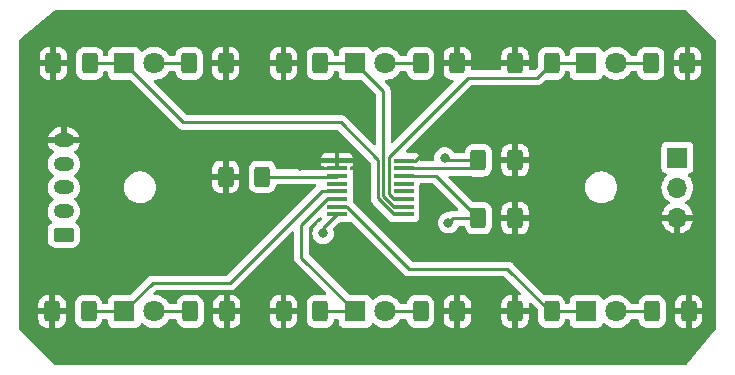
<source format=gbr>
%TF.GenerationSoftware,KiCad,Pcbnew,7.0.8-1.fc38*%
%TF.CreationDate,2023-10-12T23:26:14-06:00*%
%TF.ProjectId,lightPCBV1.1,6c696768-7450-4434-9256-312e312e6b69,rev?*%
%TF.SameCoordinates,Original*%
%TF.FileFunction,Copper,L1,Top*%
%TF.FilePolarity,Positive*%
%FSLAX46Y46*%
G04 Gerber Fmt 4.6, Leading zero omitted, Abs format (unit mm)*
G04 Created by KiCad (PCBNEW 7.0.8-1.fc38) date 2023-10-12 23:26:14*
%MOMM*%
%LPD*%
G01*
G04 APERTURE LIST*
G04 Aperture macros list*
%AMRoundRect*
0 Rectangle with rounded corners*
0 $1 Rounding radius*
0 $2 $3 $4 $5 $6 $7 $8 $9 X,Y pos of 4 corners*
0 Add a 4 corners polygon primitive as box body*
4,1,4,$2,$3,$4,$5,$6,$7,$8,$9,$2,$3,0*
0 Add four circle primitives for the rounded corners*
1,1,$1+$1,$2,$3*
1,1,$1+$1,$4,$5*
1,1,$1+$1,$6,$7*
1,1,$1+$1,$8,$9*
0 Add four rect primitives between the rounded corners*
20,1,$1+$1,$2,$3,$4,$5,0*
20,1,$1+$1,$4,$5,$6,$7,0*
20,1,$1+$1,$6,$7,$8,$9,0*
20,1,$1+$1,$8,$9,$2,$3,0*%
G04 Aperture macros list end*
%TA.AperFunction,SMDPad,CuDef*%
%ADD10RoundRect,0.250000X0.400000X0.625000X-0.400000X0.625000X-0.400000X-0.625000X0.400000X-0.625000X0*%
%TD*%
%TA.AperFunction,SMDPad,CuDef*%
%ADD11RoundRect,0.250000X-0.400000X-0.625000X0.400000X-0.625000X0.400000X0.625000X-0.400000X0.625000X0*%
%TD*%
%TA.AperFunction,SMDPad,CuDef*%
%ADD12R,1.676400X0.355600*%
%TD*%
%TA.AperFunction,ComponentPad*%
%ADD13R,1.700000X1.700000*%
%TD*%
%TA.AperFunction,ComponentPad*%
%ADD14O,1.700000X1.700000*%
%TD*%
%TA.AperFunction,ComponentPad*%
%ADD15RoundRect,0.250000X0.625000X-0.350000X0.625000X0.350000X-0.625000X0.350000X-0.625000X-0.350000X0*%
%TD*%
%TA.AperFunction,ComponentPad*%
%ADD16O,1.750000X1.200000*%
%TD*%
%TA.AperFunction,ComponentPad*%
%ADD17R,1.800000X1.800000*%
%TD*%
%TA.AperFunction,ComponentPad*%
%ADD18C,1.800000*%
%TD*%
%TA.AperFunction,ViaPad*%
%ADD19C,0.800000*%
%TD*%
%TA.AperFunction,Conductor*%
%ADD20C,0.250000*%
%TD*%
G04 APERTURE END LIST*
D10*
%TO.P,R15,2*%
%TO.N,/SCL*%
X157860000Y-92500000D03*
%TO.P,R15,1*%
%TO.N,VCC*%
X160960000Y-92500000D03*
%TD*%
D11*
%TO.P,R14,1*%
%TO.N,/SDA*%
X157860000Y-87600000D03*
%TO.P,R14,2*%
%TO.N,VCC*%
X160960000Y-87600000D03*
%TD*%
D12*
%TO.P,U1,1,VCCI*%
%TO.N,VCC*%
X145890600Y-87625001D03*
%TO.P,U1,2,ADDR*%
X145890600Y-88274999D03*
%TO.P,U1,3,\u002ARESET*%
%TO.N,Net-(U1-\u002ARESET)*%
X145890600Y-88925001D03*
%TO.P,U1,4,P0*%
%TO.N,unconnected-(U1-P0-Pad4)*%
X145890600Y-89574999D03*
%TO.P,U1,5,P1*%
%TO.N,/P1*%
X145890600Y-90224998D03*
%TO.P,U1,6,P2*%
%TO.N,/P2*%
X145890600Y-90874999D03*
%TO.P,U1,7,P3*%
%TO.N,/P3*%
X145890600Y-91524998D03*
%TO.P,U1,8,GND*%
%TO.N,GND*%
X145890600Y-92174999D03*
%TO.P,U1,9,P4*%
%TO.N,/P4*%
X151529400Y-92174999D03*
%TO.P,U1,10,P5*%
%TO.N,/P5*%
X151529400Y-91525001D03*
%TO.P,U1,11,P6*%
%TO.N,/P6*%
X151529400Y-90874999D03*
%TO.P,U1,12,P7*%
%TO.N,unconnected-(U1-P7-Pad12)*%
X151529400Y-90225001D03*
%TO.P,U1,13,\u002AINT*%
%TO.N,unconnected-(U1-\u002AINT-Pad13)*%
X151529400Y-89575002D03*
%TO.P,U1,14,SCL*%
%TO.N,/SCL*%
X151529400Y-88925001D03*
%TO.P,U1,15,SDA*%
%TO.N,/SDA*%
X151529400Y-88275002D03*
%TO.P,U1,16,VCCP*%
%TO.N,VCC*%
X151529400Y-87625001D03*
%TD*%
D11*
%TO.P,R2,1*%
%TO.N,Net-(D1-A)*%
X133460000Y-100400000D03*
%TO.P,R2,2*%
%TO.N,VCC*%
X136560000Y-100400000D03*
%TD*%
D10*
%TO.P,R5,1*%
%TO.N,/P3*%
X164060000Y-100400000D03*
%TO.P,R5,2*%
%TO.N,VCC*%
X160960000Y-100400000D03*
%TD*%
D11*
%TO.P,R4,1*%
%TO.N,Net-(D2-A)*%
X152960000Y-100400000D03*
%TO.P,R4,2*%
%TO.N,VCC*%
X156060000Y-100400000D03*
%TD*%
D10*
%TO.P,R7,1*%
%TO.N,/P4*%
X124960000Y-79400000D03*
%TO.P,R7,2*%
%TO.N,VCC*%
X121860000Y-79400000D03*
%TD*%
D13*
%TO.P,J2,1,Pin_1*%
%TO.N,GND*%
X174710000Y-87375000D03*
D14*
%TO.P,J2,2,Pin_2*%
%TO.N,/NEO*%
X174710000Y-89915000D03*
%TO.P,J2,3,Pin_3*%
%TO.N,VCC*%
X174710000Y-92455000D03*
%TD*%
D15*
%TO.P,J1,1,Pin_1*%
%TO.N,GND*%
X122760000Y-93900000D03*
D16*
%TO.P,J1,2,Pin_2*%
%TO.N,/NEO*%
X122760000Y-91900000D03*
%TO.P,J1,3,Pin_3*%
%TO.N,/SCL*%
X122760000Y-89900000D03*
%TO.P,J1,4,Pin_4*%
%TO.N,/SDA*%
X122760000Y-87900000D03*
%TO.P,J1,5,Pin_5*%
%TO.N,VCC*%
X122760000Y-85900000D03*
%TD*%
D10*
%TO.P,R9,1*%
%TO.N,/P5*%
X144460000Y-79400000D03*
%TO.P,R9,2*%
%TO.N,VCC*%
X141360000Y-79400000D03*
%TD*%
D17*
%TO.P,D2,1,K*%
%TO.N,/P2*%
X147435000Y-100400000D03*
D18*
%TO.P,D2,2,A*%
%TO.N,Net-(D2-A)*%
X149975000Y-100400000D03*
%TD*%
D11*
%TO.P,R10,1*%
%TO.N,Net-(D5-A)*%
X152960000Y-79400000D03*
%TO.P,R10,2*%
%TO.N,VCC*%
X156060000Y-79400000D03*
%TD*%
%TO.P,R8,1*%
%TO.N,Net-(D4-A)*%
X133360000Y-79400000D03*
%TO.P,R8,2*%
%TO.N,VCC*%
X136460000Y-79400000D03*
%TD*%
D10*
%TO.P,R3,1*%
%TO.N,/P2*%
X144460000Y-100400000D03*
%TO.P,R3,2*%
%TO.N,VCC*%
X141360000Y-100400000D03*
%TD*%
%TO.P,R1,1*%
%TO.N,/P1*%
X124860000Y-100400000D03*
%TO.P,R1,2*%
%TO.N,VCC*%
X121760000Y-100400000D03*
%TD*%
D17*
%TO.P,D3,1,K*%
%TO.N,/P3*%
X166990000Y-100400000D03*
D18*
%TO.P,D3,2,A*%
%TO.N,Net-(D3-A)*%
X169530000Y-100400000D03*
%TD*%
D17*
%TO.P,D1,1,K*%
%TO.N,/P1*%
X127885000Y-100400000D03*
D18*
%TO.P,D1,2,A*%
%TO.N,Net-(D1-A)*%
X130425000Y-100400000D03*
%TD*%
D11*
%TO.P,R12,1*%
%TO.N,Net-(D6-A)*%
X172460000Y-79400000D03*
%TO.P,R12,2*%
%TO.N,VCC*%
X175560000Y-79400000D03*
%TD*%
D17*
%TO.P,D4,1,K*%
%TO.N,/P4*%
X127885000Y-79400000D03*
D18*
%TO.P,D4,2,A*%
%TO.N,Net-(D4-A)*%
X130425000Y-79400000D03*
%TD*%
D17*
%TO.P,D6,1,K*%
%TO.N,/P6*%
X166990000Y-79400000D03*
D18*
%TO.P,D6,2,A*%
%TO.N,Net-(D6-A)*%
X169530000Y-79400000D03*
%TD*%
D11*
%TO.P,R13,1*%
%TO.N,VCC*%
X136460000Y-89000000D03*
%TO.P,R13,2*%
%TO.N,Net-(U1-\u002ARESET)*%
X139560000Y-89000000D03*
%TD*%
D10*
%TO.P,R11,1*%
%TO.N,/P6*%
X164060000Y-79400000D03*
%TO.P,R11,2*%
%TO.N,VCC*%
X160960000Y-79400000D03*
%TD*%
D11*
%TO.P,R6,1*%
%TO.N,Net-(D3-A)*%
X172560000Y-100400000D03*
%TO.P,R6,2*%
%TO.N,VCC*%
X175660000Y-100400000D03*
%TD*%
D17*
%TO.P,D5,1,K*%
%TO.N,/P5*%
X147440000Y-79400000D03*
D18*
%TO.P,D5,2,A*%
%TO.N,Net-(D5-A)*%
X149980000Y-79400000D03*
%TD*%
D19*
%TO.N,/SCL*%
X155310000Y-92900000D03*
%TO.N,/SDA*%
X155010000Y-87400000D03*
%TO.N,GND*%
X144710000Y-93800000D03*
%TD*%
D20*
%TO.N,VCC*%
X152484999Y-87625001D02*
X154310000Y-85800000D01*
X151529400Y-87625001D02*
X152484999Y-87625001D01*
%TO.N,/P1*%
X127885000Y-100400000D02*
X130285000Y-98000000D01*
X130285000Y-98000000D02*
X136810000Y-98000000D01*
X136810000Y-98000000D02*
X144585002Y-90224998D01*
X144585002Y-90224998D02*
X145890600Y-90224998D01*
%TO.N,VCC*%
X145890600Y-88274999D02*
X142735001Y-88274999D01*
X142710000Y-88300000D02*
X142735001Y-88274999D01*
%TO.N,/SCL*%
X157860000Y-92500000D02*
X155710000Y-92500000D01*
X155710000Y-92500000D02*
X155310000Y-92900000D01*
%TO.N,/SDA*%
X155010000Y-87400000D02*
X155210000Y-87600000D01*
X155210000Y-87600000D02*
X157860000Y-87600000D01*
%TO.N,GND*%
X144710000Y-93800000D02*
X144710000Y-93355599D01*
X144710000Y-93355599D02*
X145890600Y-92174999D01*
%TO.N,/P3*%
X166990000Y-100400000D02*
X163921826Y-100400000D01*
X163921826Y-100400000D02*
X160321826Y-96800000D01*
X160321826Y-96800000D02*
X151991221Y-96800000D01*
X151991221Y-96800000D02*
X146716219Y-91524998D01*
X146716219Y-91524998D02*
X145890600Y-91524998D01*
%TO.N,/P2*%
X147435000Y-100400000D02*
X142874989Y-95839989D01*
X142874989Y-95839989D02*
X142874989Y-93064989D01*
X142874989Y-93064989D02*
X145064979Y-90874999D01*
X145064979Y-90874999D02*
X145890600Y-90874999D01*
%TO.N,/P4*%
X127885000Y-79400000D02*
X132885000Y-84400000D01*
X149356298Y-90827519D02*
X150703778Y-92174999D01*
X132885000Y-84400000D02*
X146210000Y-84400000D01*
X146210000Y-84400000D02*
X149356298Y-87546298D01*
X149356298Y-87546298D02*
X149356298Y-90827519D01*
X150703778Y-92174999D02*
X151529400Y-92174999D01*
%TO.N,/P5*%
X147440000Y-79400000D02*
X149810000Y-81770000D01*
X149810000Y-81770000D02*
X149810000Y-87163604D01*
X149810000Y-87163604D02*
X149806298Y-87167306D01*
X149806298Y-87167306D02*
X149806298Y-90640099D01*
X149806298Y-90640099D02*
X150691200Y-91525001D01*
X150691200Y-91525001D02*
X151529400Y-91525001D01*
%TO.N,/P6*%
X164060000Y-79400000D02*
X162860000Y-80600000D01*
X162860000Y-80600000D02*
X157010000Y-80600000D01*
X157010000Y-80600000D02*
X150256298Y-87353702D01*
X150256298Y-90453703D02*
X150677594Y-90874999D01*
X150256298Y-87353702D02*
X150256298Y-90453703D01*
X150677594Y-90874999D02*
X151529400Y-90874999D01*
%TO.N,/SCL*%
X157860000Y-92500000D02*
X154285001Y-88925001D01*
X154285001Y-88925001D02*
X151529400Y-88925001D01*
%TO.N,/SDA*%
X157860000Y-87600000D02*
X157184998Y-88275002D01*
X157184998Y-88275002D02*
X151529400Y-88275002D01*
%TO.N,/P1*%
X127885000Y-100400000D02*
X124860000Y-100400000D01*
%TO.N,Net-(D1-A)*%
X133460000Y-100400000D02*
X130425000Y-100400000D01*
%TO.N,Net-(D3-A)*%
X172560000Y-100400000D02*
X169530000Y-100400000D01*
%TO.N,/P3*%
X164060000Y-100400000D02*
X166990000Y-100400000D01*
%TO.N,Net-(D2-A)*%
X149975000Y-100400000D02*
X152960000Y-100400000D01*
%TO.N,/P2*%
X144460000Y-100400000D02*
X147435000Y-100400000D01*
%TO.N,Net-(U1-\u002ARESET)*%
X139860000Y-89000000D02*
X145815601Y-89000000D01*
X145815601Y-89000000D02*
X145890600Y-88925001D01*
%TO.N,/P4*%
X124960000Y-79400000D02*
X127885000Y-79400000D01*
%TO.N,Net-(D4-A)*%
X133360000Y-79400000D02*
X130425000Y-79400000D01*
%TO.N,Net-(D6-A)*%
X169530000Y-79400000D02*
X172460000Y-79400000D01*
%TO.N,Net-(D5-A)*%
X149980000Y-79400000D02*
X152960000Y-79400000D01*
%TO.N,/P5*%
X144460000Y-79400000D02*
X147440000Y-79400000D01*
%TO.N,/P6*%
X164060000Y-79400000D02*
X166990000Y-79400000D01*
%TD*%
%TA.AperFunction,Conductor*%
%TO.N,VCC*%
G36*
X175475469Y-74920185D02*
G01*
X175496111Y-74936819D01*
X177923181Y-77363888D01*
X177956666Y-77425211D01*
X177959500Y-77451569D01*
X177959500Y-101854924D01*
X177939815Y-101921963D01*
X177930759Y-101934307D01*
X175496947Y-104854883D01*
X175438908Y-104893782D01*
X175401688Y-104899500D01*
X122011569Y-104899500D01*
X121944530Y-104879815D01*
X121923888Y-104863181D01*
X118996819Y-101936111D01*
X118963334Y-101874788D01*
X118960500Y-101848430D01*
X118960500Y-100650000D01*
X120610001Y-100650000D01*
X120610001Y-101074986D01*
X120620494Y-101177697D01*
X120675641Y-101344119D01*
X120675643Y-101344124D01*
X120767684Y-101493345D01*
X120891654Y-101617315D01*
X121040875Y-101709356D01*
X121040880Y-101709358D01*
X121207302Y-101764505D01*
X121207309Y-101764506D01*
X121310019Y-101774999D01*
X121509999Y-101774999D01*
X121510000Y-101774998D01*
X121510000Y-100650000D01*
X122010000Y-100650000D01*
X122010000Y-101774999D01*
X122209972Y-101774999D01*
X122209986Y-101774998D01*
X122312697Y-101764505D01*
X122479119Y-101709358D01*
X122479124Y-101709356D01*
X122628345Y-101617315D01*
X122752315Y-101493345D01*
X122844356Y-101344124D01*
X122844358Y-101344119D01*
X122899505Y-101177697D01*
X122899506Y-101177690D01*
X122909997Y-101075001D01*
X123709500Y-101075001D01*
X123709501Y-101075018D01*
X123720000Y-101177796D01*
X123720001Y-101177799D01*
X123775185Y-101344331D01*
X123775187Y-101344336D01*
X123800356Y-101385141D01*
X123867288Y-101493656D01*
X123991344Y-101617712D01*
X124140666Y-101709814D01*
X124307203Y-101764999D01*
X124409991Y-101775500D01*
X125310008Y-101775499D01*
X125310016Y-101775498D01*
X125310019Y-101775498D01*
X125366302Y-101769748D01*
X125412797Y-101764999D01*
X125579334Y-101709814D01*
X125728656Y-101617712D01*
X125852712Y-101493656D01*
X125944814Y-101344334D01*
X125999999Y-101177797D01*
X126004177Y-101136896D01*
X126030573Y-101072207D01*
X126087753Y-101032055D01*
X126127535Y-101025500D01*
X126360501Y-101025500D01*
X126427540Y-101045185D01*
X126473295Y-101097989D01*
X126484501Y-101149500D01*
X126484501Y-101347876D01*
X126490908Y-101407483D01*
X126541202Y-101542328D01*
X126541206Y-101542335D01*
X126627452Y-101657544D01*
X126627455Y-101657547D01*
X126742664Y-101743793D01*
X126742671Y-101743797D01*
X126877517Y-101794091D01*
X126877516Y-101794091D01*
X126884444Y-101794835D01*
X126937127Y-101800500D01*
X128832872Y-101800499D01*
X128892483Y-101794091D01*
X129027331Y-101743796D01*
X129142546Y-101657546D01*
X129228796Y-101542331D01*
X129257455Y-101465493D01*
X129299326Y-101409559D01*
X129364790Y-101385141D01*
X129433063Y-101399992D01*
X129464866Y-101424843D01*
X129472302Y-101432920D01*
X129473215Y-101433912D01*
X129473222Y-101433918D01*
X129656365Y-101576464D01*
X129656371Y-101576468D01*
X129656374Y-101576470D01*
X129860497Y-101686936D01*
X129974487Y-101726068D01*
X130080015Y-101762297D01*
X130080017Y-101762297D01*
X130080019Y-101762298D01*
X130308951Y-101800500D01*
X130308952Y-101800500D01*
X130541048Y-101800500D01*
X130541049Y-101800500D01*
X130769981Y-101762298D01*
X130989503Y-101686936D01*
X131193626Y-101576470D01*
X131376784Y-101433913D01*
X131533979Y-101263153D01*
X131564501Y-101216436D01*
X131652542Y-101081679D01*
X131705689Y-101036322D01*
X131756351Y-101025500D01*
X132192465Y-101025500D01*
X132259504Y-101045185D01*
X132305259Y-101097989D01*
X132315823Y-101136898D01*
X132320001Y-101177797D01*
X132320001Y-101177799D01*
X132375185Y-101344331D01*
X132375187Y-101344336D01*
X132400356Y-101385141D01*
X132467288Y-101493656D01*
X132591344Y-101617712D01*
X132740666Y-101709814D01*
X132907203Y-101764999D01*
X133009991Y-101775500D01*
X133910008Y-101775499D01*
X133910016Y-101775498D01*
X133910019Y-101775498D01*
X133966302Y-101769748D01*
X134012797Y-101764999D01*
X134179334Y-101709814D01*
X134328656Y-101617712D01*
X134452712Y-101493656D01*
X134544814Y-101344334D01*
X134599999Y-101177797D01*
X134610500Y-101075009D01*
X134610500Y-100650000D01*
X135410001Y-100650000D01*
X135410001Y-101074986D01*
X135420494Y-101177697D01*
X135475641Y-101344119D01*
X135475643Y-101344124D01*
X135567684Y-101493345D01*
X135691654Y-101617315D01*
X135840875Y-101709356D01*
X135840880Y-101709358D01*
X136007302Y-101764505D01*
X136007309Y-101764506D01*
X136110019Y-101774999D01*
X136309999Y-101774999D01*
X136310000Y-101774998D01*
X136310000Y-100650000D01*
X136810000Y-100650000D01*
X136810000Y-101774999D01*
X137009972Y-101774999D01*
X137009986Y-101774998D01*
X137112697Y-101764505D01*
X137279119Y-101709358D01*
X137279124Y-101709356D01*
X137428345Y-101617315D01*
X137552315Y-101493345D01*
X137644356Y-101344124D01*
X137644358Y-101344119D01*
X137699505Y-101177697D01*
X137699506Y-101177690D01*
X137709999Y-101074986D01*
X137710000Y-101074973D01*
X137710000Y-100650000D01*
X140210001Y-100650000D01*
X140210001Y-101074986D01*
X140220494Y-101177697D01*
X140275641Y-101344119D01*
X140275643Y-101344124D01*
X140367684Y-101493345D01*
X140491654Y-101617315D01*
X140640875Y-101709356D01*
X140640880Y-101709358D01*
X140807302Y-101764505D01*
X140807309Y-101764506D01*
X140910019Y-101774999D01*
X141109999Y-101774999D01*
X141110000Y-101774998D01*
X141110000Y-100650000D01*
X141610000Y-100650000D01*
X141610000Y-101774999D01*
X141809972Y-101774999D01*
X141809986Y-101774998D01*
X141912697Y-101764505D01*
X142079119Y-101709358D01*
X142079124Y-101709356D01*
X142228345Y-101617315D01*
X142352315Y-101493345D01*
X142444356Y-101344124D01*
X142444358Y-101344119D01*
X142499505Y-101177697D01*
X142499506Y-101177690D01*
X142509999Y-101074986D01*
X142510000Y-101074973D01*
X142510000Y-100650000D01*
X141610000Y-100650000D01*
X141110000Y-100650000D01*
X140210001Y-100650000D01*
X137710000Y-100650000D01*
X136810000Y-100650000D01*
X136310000Y-100650000D01*
X135410001Y-100650000D01*
X134610500Y-100650000D01*
X134610499Y-100150000D01*
X135410000Y-100150000D01*
X136310000Y-100150000D01*
X136310000Y-99025000D01*
X136810000Y-99025000D01*
X136810000Y-100150000D01*
X137709999Y-100150000D01*
X140210000Y-100150000D01*
X141110000Y-100150000D01*
X141110000Y-99025000D01*
X141610000Y-99025000D01*
X141610000Y-100150000D01*
X142509999Y-100150000D01*
X142509999Y-99725028D01*
X142509998Y-99725013D01*
X142499505Y-99622302D01*
X142444358Y-99455880D01*
X142444356Y-99455875D01*
X142352315Y-99306654D01*
X142228345Y-99182684D01*
X142079124Y-99090643D01*
X142079119Y-99090641D01*
X141912697Y-99035494D01*
X141912690Y-99035493D01*
X141809986Y-99025000D01*
X141610000Y-99025000D01*
X141110000Y-99025000D01*
X140910029Y-99025000D01*
X140910012Y-99025001D01*
X140807302Y-99035494D01*
X140640880Y-99090641D01*
X140640875Y-99090643D01*
X140491654Y-99182684D01*
X140367684Y-99306654D01*
X140275643Y-99455875D01*
X140275641Y-99455880D01*
X140220494Y-99622302D01*
X140220493Y-99622309D01*
X140210000Y-99725013D01*
X140210000Y-100150000D01*
X137709999Y-100150000D01*
X137709999Y-99725028D01*
X137709998Y-99725013D01*
X137699505Y-99622302D01*
X137644358Y-99455880D01*
X137644356Y-99455875D01*
X137552315Y-99306654D01*
X137428345Y-99182684D01*
X137279124Y-99090643D01*
X137279119Y-99090641D01*
X137112697Y-99035494D01*
X137112690Y-99035493D01*
X137009986Y-99025000D01*
X136810000Y-99025000D01*
X136310000Y-99025000D01*
X136110029Y-99025000D01*
X136110012Y-99025001D01*
X136007302Y-99035494D01*
X135840880Y-99090641D01*
X135840875Y-99090643D01*
X135691654Y-99182684D01*
X135567684Y-99306654D01*
X135475643Y-99455875D01*
X135475641Y-99455880D01*
X135420494Y-99622302D01*
X135420493Y-99622309D01*
X135410000Y-99725013D01*
X135410000Y-100150000D01*
X134610499Y-100150000D01*
X134610499Y-99724992D01*
X134608151Y-99702011D01*
X134599999Y-99622203D01*
X134599998Y-99622200D01*
X134571716Y-99536852D01*
X134544814Y-99455666D01*
X134452712Y-99306344D01*
X134328656Y-99182288D01*
X134216425Y-99113064D01*
X134179336Y-99090187D01*
X134179331Y-99090185D01*
X134177862Y-99089698D01*
X134012797Y-99035001D01*
X134012795Y-99035000D01*
X133910010Y-99024500D01*
X133009998Y-99024500D01*
X133009980Y-99024501D01*
X132907203Y-99035000D01*
X132907200Y-99035001D01*
X132740668Y-99090185D01*
X132740663Y-99090187D01*
X132591342Y-99182289D01*
X132467289Y-99306342D01*
X132375187Y-99455663D01*
X132375185Y-99455668D01*
X132375115Y-99455880D01*
X132320002Y-99622202D01*
X132320001Y-99622204D01*
X132320000Y-99622205D01*
X132315823Y-99663102D01*
X132289427Y-99727793D01*
X132232247Y-99767945D01*
X132192465Y-99774500D01*
X131756351Y-99774500D01*
X131689312Y-99754815D01*
X131652542Y-99718321D01*
X131533983Y-99536852D01*
X131533980Y-99536849D01*
X131533979Y-99536847D01*
X131376784Y-99366087D01*
X131376779Y-99366083D01*
X131376777Y-99366081D01*
X131193634Y-99223535D01*
X131193628Y-99223531D01*
X130989504Y-99113064D01*
X130989495Y-99113061D01*
X130769984Y-99037702D01*
X130579450Y-99005908D01*
X130541049Y-98999500D01*
X130469452Y-98999500D01*
X130402413Y-98979815D01*
X130356658Y-98927011D01*
X130346714Y-98857853D01*
X130375739Y-98794297D01*
X130381771Y-98787819D01*
X130507771Y-98661819D01*
X130569094Y-98628334D01*
X130595452Y-98625500D01*
X136727257Y-98625500D01*
X136742877Y-98627224D01*
X136742904Y-98626939D01*
X136750660Y-98627671D01*
X136750667Y-98627673D01*
X136819814Y-98625500D01*
X136849350Y-98625500D01*
X136856228Y-98624630D01*
X136862041Y-98624172D01*
X136908627Y-98622709D01*
X136927869Y-98617117D01*
X136946912Y-98613174D01*
X136966792Y-98610664D01*
X137010122Y-98593507D01*
X137015646Y-98591617D01*
X137019396Y-98590527D01*
X137060390Y-98578618D01*
X137077629Y-98568422D01*
X137095103Y-98559862D01*
X137113727Y-98552488D01*
X137113727Y-98552487D01*
X137113732Y-98552486D01*
X137151449Y-98525082D01*
X137156305Y-98521892D01*
X137196420Y-98498170D01*
X137210589Y-98483999D01*
X137225379Y-98471368D01*
X137241587Y-98459594D01*
X137271299Y-98423676D01*
X137275212Y-98419376D01*
X142037810Y-93656779D01*
X142099131Y-93623296D01*
X142168823Y-93628280D01*
X142224756Y-93670152D01*
X142249173Y-93735616D01*
X142249489Y-93744462D01*
X142249489Y-95757244D01*
X142247764Y-95772861D01*
X142248050Y-95772888D01*
X142247315Y-95780654D01*
X142249489Y-95849803D01*
X142249489Y-95879332D01*
X142249490Y-95879349D01*
X142250357Y-95886220D01*
X142250815Y-95892039D01*
X142252279Y-95938613D01*
X142252280Y-95938616D01*
X142257869Y-95957856D01*
X142261813Y-95976900D01*
X142264325Y-95996780D01*
X142281479Y-96040108D01*
X142283371Y-96045636D01*
X142296370Y-96090377D01*
X142306569Y-96107623D01*
X142315127Y-96125092D01*
X142322503Y-96143721D01*
X142349887Y-96181412D01*
X142353095Y-96186296D01*
X142376816Y-96226405D01*
X142376822Y-96226413D01*
X142390979Y-96240569D01*
X142403616Y-96255364D01*
X142415395Y-96271576D01*
X142437587Y-96289935D01*
X142451298Y-96301277D01*
X142455609Y-96305199D01*
X143334198Y-97183788D01*
X144963228Y-98812819D01*
X144996713Y-98874142D01*
X144991729Y-98943834D01*
X144949857Y-98999767D01*
X144884393Y-99024184D01*
X144875547Y-99024500D01*
X144009998Y-99024500D01*
X144009980Y-99024501D01*
X143907203Y-99035000D01*
X143907200Y-99035001D01*
X143740668Y-99090185D01*
X143740663Y-99090187D01*
X143591342Y-99182289D01*
X143467289Y-99306342D01*
X143375187Y-99455663D01*
X143375185Y-99455668D01*
X143375115Y-99455880D01*
X143320001Y-99622203D01*
X143320001Y-99622204D01*
X143320000Y-99622204D01*
X143309500Y-99724983D01*
X143309500Y-101075001D01*
X143309501Y-101075018D01*
X143320000Y-101177796D01*
X143320001Y-101177799D01*
X143375185Y-101344331D01*
X143375187Y-101344336D01*
X143400356Y-101385141D01*
X143467288Y-101493656D01*
X143591344Y-101617712D01*
X143740666Y-101709814D01*
X143907203Y-101764999D01*
X144009991Y-101775500D01*
X144910008Y-101775499D01*
X144910016Y-101775498D01*
X144910019Y-101775498D01*
X144966302Y-101769748D01*
X145012797Y-101764999D01*
X145179334Y-101709814D01*
X145328656Y-101617712D01*
X145452712Y-101493656D01*
X145544814Y-101344334D01*
X145599999Y-101177797D01*
X145604177Y-101136896D01*
X145630573Y-101072207D01*
X145687753Y-101032055D01*
X145727535Y-101025500D01*
X145910501Y-101025500D01*
X145977540Y-101045185D01*
X146023295Y-101097989D01*
X146034501Y-101149500D01*
X146034501Y-101347876D01*
X146040908Y-101407483D01*
X146091202Y-101542328D01*
X146091206Y-101542335D01*
X146177452Y-101657544D01*
X146177455Y-101657547D01*
X146292664Y-101743793D01*
X146292671Y-101743797D01*
X146427517Y-101794091D01*
X146427516Y-101794091D01*
X146434444Y-101794835D01*
X146487127Y-101800500D01*
X148382872Y-101800499D01*
X148442483Y-101794091D01*
X148577331Y-101743796D01*
X148692546Y-101657546D01*
X148778796Y-101542331D01*
X148807455Y-101465493D01*
X148849326Y-101409559D01*
X148914790Y-101385141D01*
X148983063Y-101399992D01*
X149014866Y-101424843D01*
X149022302Y-101432920D01*
X149023215Y-101433912D01*
X149023222Y-101433918D01*
X149206365Y-101576464D01*
X149206371Y-101576468D01*
X149206374Y-101576470D01*
X149410497Y-101686936D01*
X149524487Y-101726068D01*
X149630015Y-101762297D01*
X149630017Y-101762297D01*
X149630019Y-101762298D01*
X149858951Y-101800500D01*
X149858952Y-101800500D01*
X150091048Y-101800500D01*
X150091049Y-101800500D01*
X150319981Y-101762298D01*
X150539503Y-101686936D01*
X150743626Y-101576470D01*
X150926784Y-101433913D01*
X151083979Y-101263153D01*
X151114501Y-101216436D01*
X151202542Y-101081679D01*
X151255689Y-101036322D01*
X151306351Y-101025500D01*
X151692465Y-101025500D01*
X151759504Y-101045185D01*
X151805259Y-101097989D01*
X151815823Y-101136898D01*
X151820001Y-101177797D01*
X151820001Y-101177799D01*
X151875185Y-101344331D01*
X151875187Y-101344336D01*
X151900356Y-101385141D01*
X151967288Y-101493656D01*
X152091344Y-101617712D01*
X152240666Y-101709814D01*
X152407203Y-101764999D01*
X152509991Y-101775500D01*
X153410008Y-101775499D01*
X153410016Y-101775498D01*
X153410019Y-101775498D01*
X153466302Y-101769748D01*
X153512797Y-101764999D01*
X153679334Y-101709814D01*
X153828656Y-101617712D01*
X153952712Y-101493656D01*
X154044814Y-101344334D01*
X154099999Y-101177797D01*
X154110500Y-101075009D01*
X154110500Y-100650000D01*
X154910001Y-100650000D01*
X154910001Y-101074986D01*
X154920494Y-101177697D01*
X154975641Y-101344119D01*
X154975643Y-101344124D01*
X155067684Y-101493345D01*
X155191654Y-101617315D01*
X155340875Y-101709356D01*
X155340880Y-101709358D01*
X155507302Y-101764505D01*
X155507309Y-101764506D01*
X155610019Y-101774999D01*
X155809999Y-101774999D01*
X155810000Y-101774998D01*
X155810000Y-100650000D01*
X156310000Y-100650000D01*
X156310000Y-101774999D01*
X156509972Y-101774999D01*
X156509986Y-101774998D01*
X156612697Y-101764505D01*
X156779119Y-101709358D01*
X156779124Y-101709356D01*
X156928345Y-101617315D01*
X157052315Y-101493345D01*
X157144356Y-101344124D01*
X157144358Y-101344119D01*
X157199505Y-101177697D01*
X157199506Y-101177690D01*
X157209999Y-101074986D01*
X157210000Y-101074973D01*
X157210000Y-100650000D01*
X159810001Y-100650000D01*
X159810001Y-101074986D01*
X159820494Y-101177697D01*
X159875641Y-101344119D01*
X159875643Y-101344124D01*
X159967684Y-101493345D01*
X160091654Y-101617315D01*
X160240875Y-101709356D01*
X160240880Y-101709358D01*
X160407302Y-101764505D01*
X160407309Y-101764506D01*
X160510019Y-101774999D01*
X160709999Y-101774999D01*
X160710000Y-101774998D01*
X160710000Y-100650000D01*
X161210000Y-100650000D01*
X161210000Y-101774999D01*
X161409972Y-101774999D01*
X161409986Y-101774998D01*
X161512697Y-101764505D01*
X161679119Y-101709358D01*
X161679124Y-101709356D01*
X161828345Y-101617315D01*
X161952315Y-101493345D01*
X162044356Y-101344124D01*
X162044358Y-101344119D01*
X162099505Y-101177697D01*
X162099506Y-101177690D01*
X162109999Y-101074986D01*
X162110000Y-101074973D01*
X162110000Y-100650000D01*
X161210000Y-100650000D01*
X160710000Y-100650000D01*
X159810001Y-100650000D01*
X157210000Y-100650000D01*
X156310000Y-100650000D01*
X155810000Y-100650000D01*
X154910001Y-100650000D01*
X154110500Y-100650000D01*
X154110499Y-100150000D01*
X154910000Y-100150000D01*
X155810000Y-100150000D01*
X155810000Y-99025000D01*
X156310000Y-99025000D01*
X156310000Y-100150000D01*
X157209999Y-100150000D01*
X159810000Y-100150000D01*
X160710000Y-100150000D01*
X160710000Y-99025000D01*
X160510029Y-99025000D01*
X160510012Y-99025001D01*
X160407302Y-99035494D01*
X160240880Y-99090641D01*
X160240875Y-99090643D01*
X160091654Y-99182684D01*
X159967684Y-99306654D01*
X159875643Y-99455875D01*
X159875641Y-99455880D01*
X159820494Y-99622302D01*
X159820493Y-99622309D01*
X159810000Y-99725013D01*
X159810000Y-100150000D01*
X157209999Y-100150000D01*
X157209999Y-99725028D01*
X157209998Y-99725013D01*
X157199505Y-99622302D01*
X157144358Y-99455880D01*
X157144356Y-99455875D01*
X157052315Y-99306654D01*
X156928345Y-99182684D01*
X156779124Y-99090643D01*
X156779119Y-99090641D01*
X156612697Y-99035494D01*
X156612690Y-99035493D01*
X156509986Y-99025000D01*
X156310000Y-99025000D01*
X155810000Y-99025000D01*
X155610029Y-99025000D01*
X155610012Y-99025001D01*
X155507302Y-99035494D01*
X155340880Y-99090641D01*
X155340875Y-99090643D01*
X155191654Y-99182684D01*
X155067684Y-99306654D01*
X154975643Y-99455875D01*
X154975641Y-99455880D01*
X154920494Y-99622302D01*
X154920493Y-99622309D01*
X154910000Y-99725013D01*
X154910000Y-100150000D01*
X154110499Y-100150000D01*
X154110499Y-99724992D01*
X154108151Y-99702011D01*
X154099999Y-99622203D01*
X154099998Y-99622200D01*
X154071716Y-99536852D01*
X154044814Y-99455666D01*
X153952712Y-99306344D01*
X153828656Y-99182288D01*
X153716425Y-99113064D01*
X153679336Y-99090187D01*
X153679331Y-99090185D01*
X153677862Y-99089698D01*
X153512797Y-99035001D01*
X153512795Y-99035000D01*
X153410010Y-99024500D01*
X152509998Y-99024500D01*
X152509980Y-99024501D01*
X152407203Y-99035000D01*
X152407200Y-99035001D01*
X152240668Y-99090185D01*
X152240663Y-99090187D01*
X152091342Y-99182289D01*
X151967289Y-99306342D01*
X151875187Y-99455663D01*
X151875185Y-99455668D01*
X151875115Y-99455880D01*
X151820002Y-99622202D01*
X151820001Y-99622204D01*
X151820000Y-99622205D01*
X151815823Y-99663102D01*
X151789427Y-99727793D01*
X151732247Y-99767945D01*
X151692465Y-99774500D01*
X151306351Y-99774500D01*
X151239312Y-99754815D01*
X151202542Y-99718321D01*
X151083983Y-99536852D01*
X151083980Y-99536849D01*
X151083979Y-99536847D01*
X150926784Y-99366087D01*
X150926779Y-99366083D01*
X150926777Y-99366081D01*
X150743634Y-99223535D01*
X150743628Y-99223531D01*
X150539504Y-99113064D01*
X150539495Y-99113061D01*
X150319984Y-99037702D01*
X150129450Y-99005908D01*
X150091049Y-98999500D01*
X149858951Y-98999500D01*
X149820550Y-99005908D01*
X149630015Y-99037702D01*
X149410504Y-99113061D01*
X149410495Y-99113064D01*
X149206371Y-99223531D01*
X149206365Y-99223535D01*
X149023222Y-99366081D01*
X149023218Y-99366085D01*
X149014866Y-99375158D01*
X148954979Y-99411148D01*
X148885141Y-99409047D01*
X148827525Y-99369522D01*
X148807455Y-99334507D01*
X148778797Y-99257671D01*
X148778793Y-99257664D01*
X148692547Y-99142455D01*
X148692544Y-99142452D01*
X148577335Y-99056206D01*
X148577328Y-99056202D01*
X148442482Y-99005908D01*
X148442483Y-99005908D01*
X148382883Y-98999501D01*
X148382881Y-98999500D01*
X148382873Y-98999500D01*
X148382865Y-98999500D01*
X146970453Y-98999500D01*
X146903414Y-98979815D01*
X146882772Y-98963181D01*
X143536808Y-95617217D01*
X143503323Y-95555894D01*
X143500489Y-95529536D01*
X143500489Y-93375440D01*
X143520174Y-93308401D01*
X143536803Y-93287763D01*
X144369166Y-92455400D01*
X144430489Y-92421916D01*
X144500181Y-92426900D01*
X144556114Y-92468772D01*
X144573035Y-92499766D01*
X144574587Y-92503929D01*
X144579561Y-92573621D01*
X144546080Y-92634926D01*
X144326208Y-92854798D01*
X144313951Y-92864619D01*
X144314134Y-92864840D01*
X144308123Y-92869812D01*
X144260772Y-92920235D01*
X144239889Y-92941118D01*
X144239877Y-92941131D01*
X144235621Y-92946616D01*
X144231837Y-92951046D01*
X144199937Y-92985017D01*
X144199936Y-92985019D01*
X144190284Y-93002575D01*
X144179610Y-93018825D01*
X144167329Y-93034660D01*
X144167324Y-93034667D01*
X144151425Y-93071406D01*
X144110516Y-93122470D01*
X144104135Y-93127106D01*
X144104128Y-93127112D01*
X143977466Y-93267785D01*
X143882821Y-93431715D01*
X143882818Y-93431722D01*
X143824327Y-93611740D01*
X143824326Y-93611744D01*
X143804540Y-93800000D01*
X143824326Y-93988256D01*
X143824327Y-93988259D01*
X143882818Y-94168277D01*
X143882821Y-94168284D01*
X143977467Y-94332216D01*
X144104129Y-94472888D01*
X144257265Y-94584148D01*
X144257270Y-94584151D01*
X144430192Y-94661142D01*
X144430197Y-94661144D01*
X144615354Y-94700500D01*
X144615355Y-94700500D01*
X144804644Y-94700500D01*
X144804646Y-94700500D01*
X144989803Y-94661144D01*
X145162730Y-94584151D01*
X145315871Y-94472888D01*
X145442533Y-94332216D01*
X145537179Y-94168284D01*
X145595674Y-93988256D01*
X145615460Y-93800000D01*
X145595674Y-93611744D01*
X145556071Y-93489862D01*
X145554077Y-93420024D01*
X145586320Y-93363867D01*
X146060571Y-92889617D01*
X146121894Y-92856132D01*
X146148252Y-92853298D01*
X146776671Y-92853298D01*
X146776672Y-92853298D01*
X146836283Y-92846890D01*
X146971131Y-92796595D01*
X146971143Y-92796585D01*
X146975083Y-92794435D01*
X147043354Y-92779573D01*
X147108822Y-92803979D01*
X147122207Y-92815576D01*
X149307128Y-95000498D01*
X151490418Y-97183788D01*
X151500243Y-97196051D01*
X151500464Y-97195869D01*
X151505435Y-97201878D01*
X151531438Y-97226295D01*
X151555856Y-97249226D01*
X151576750Y-97270120D01*
X151582232Y-97274373D01*
X151586664Y-97278157D01*
X151620639Y-97310062D01*
X151638197Y-97319714D01*
X151654456Y-97330395D01*
X151670285Y-97342673D01*
X151713059Y-97361182D01*
X151718277Y-97363738D01*
X151759129Y-97386197D01*
X151778537Y-97391180D01*
X151796938Y-97397480D01*
X151815325Y-97405437D01*
X151858709Y-97412308D01*
X151861340Y-97412725D01*
X151867060Y-97413909D01*
X151912202Y-97425500D01*
X151932237Y-97425500D01*
X151951635Y-97427026D01*
X151971415Y-97430159D01*
X151971416Y-97430160D01*
X151971416Y-97430159D01*
X151971417Y-97430160D01*
X152017805Y-97425775D01*
X152023643Y-97425500D01*
X160011374Y-97425500D01*
X160078413Y-97445185D01*
X160099055Y-97461819D01*
X161450555Y-98813319D01*
X161484040Y-98874642D01*
X161479056Y-98944334D01*
X161437184Y-99000267D01*
X161371720Y-99024684D01*
X161362874Y-99025000D01*
X161210000Y-99025000D01*
X161210000Y-100150000D01*
X162109999Y-100150000D01*
X162109999Y-99772125D01*
X162129684Y-99705086D01*
X162182488Y-99659331D01*
X162251646Y-99649387D01*
X162315202Y-99678412D01*
X162321668Y-99684433D01*
X162787235Y-100150000D01*
X162873181Y-100235946D01*
X162906666Y-100297269D01*
X162909500Y-100323627D01*
X162909500Y-101075001D01*
X162909501Y-101075019D01*
X162920000Y-101177796D01*
X162920001Y-101177799D01*
X162975185Y-101344331D01*
X162975187Y-101344336D01*
X163000356Y-101385141D01*
X163067288Y-101493656D01*
X163191344Y-101617712D01*
X163340666Y-101709814D01*
X163507203Y-101764999D01*
X163609991Y-101775500D01*
X164510008Y-101775499D01*
X164510016Y-101775498D01*
X164510019Y-101775498D01*
X164566302Y-101769748D01*
X164612797Y-101764999D01*
X164779334Y-101709814D01*
X164928656Y-101617712D01*
X165052712Y-101493656D01*
X165144814Y-101344334D01*
X165199999Y-101177797D01*
X165204177Y-101136896D01*
X165230573Y-101072207D01*
X165287753Y-101032055D01*
X165327535Y-101025500D01*
X165465501Y-101025500D01*
X165532540Y-101045185D01*
X165578295Y-101097989D01*
X165589501Y-101149500D01*
X165589501Y-101347876D01*
X165595908Y-101407483D01*
X165646202Y-101542328D01*
X165646206Y-101542335D01*
X165732452Y-101657544D01*
X165732455Y-101657547D01*
X165847664Y-101743793D01*
X165847671Y-101743797D01*
X165982517Y-101794091D01*
X165982516Y-101794091D01*
X165989444Y-101794835D01*
X166042127Y-101800500D01*
X167937872Y-101800499D01*
X167997483Y-101794091D01*
X168132331Y-101743796D01*
X168247546Y-101657546D01*
X168333796Y-101542331D01*
X168362455Y-101465493D01*
X168404326Y-101409559D01*
X168469790Y-101385141D01*
X168538063Y-101399992D01*
X168569866Y-101424843D01*
X168577302Y-101432920D01*
X168578215Y-101433912D01*
X168578222Y-101433918D01*
X168761365Y-101576464D01*
X168761371Y-101576468D01*
X168761374Y-101576470D01*
X168965497Y-101686936D01*
X169079487Y-101726068D01*
X169185015Y-101762297D01*
X169185017Y-101762297D01*
X169185019Y-101762298D01*
X169413951Y-101800500D01*
X169413952Y-101800500D01*
X169646048Y-101800500D01*
X169646049Y-101800500D01*
X169874981Y-101762298D01*
X170094503Y-101686936D01*
X170298626Y-101576470D01*
X170481784Y-101433913D01*
X170638979Y-101263153D01*
X170669501Y-101216436D01*
X170757542Y-101081679D01*
X170810689Y-101036322D01*
X170861351Y-101025500D01*
X171292465Y-101025500D01*
X171359504Y-101045185D01*
X171405259Y-101097989D01*
X171415823Y-101136898D01*
X171420001Y-101177797D01*
X171420001Y-101177799D01*
X171475185Y-101344331D01*
X171475187Y-101344336D01*
X171500356Y-101385141D01*
X171567288Y-101493656D01*
X171691344Y-101617712D01*
X171840666Y-101709814D01*
X172007203Y-101764999D01*
X172109991Y-101775500D01*
X173010008Y-101775499D01*
X173010016Y-101775498D01*
X173010019Y-101775498D01*
X173066302Y-101769748D01*
X173112797Y-101764999D01*
X173279334Y-101709814D01*
X173428656Y-101617712D01*
X173552712Y-101493656D01*
X173644814Y-101344334D01*
X173699999Y-101177797D01*
X173710500Y-101075009D01*
X173710500Y-100650000D01*
X174510001Y-100650000D01*
X174510001Y-101074986D01*
X174520494Y-101177697D01*
X174575641Y-101344119D01*
X174575643Y-101344124D01*
X174667684Y-101493345D01*
X174791654Y-101617315D01*
X174940875Y-101709356D01*
X174940880Y-101709358D01*
X175107302Y-101764505D01*
X175107309Y-101764506D01*
X175210019Y-101774999D01*
X175409999Y-101774999D01*
X175410000Y-101774998D01*
X175410000Y-100650000D01*
X175910000Y-100650000D01*
X175910000Y-101774999D01*
X176109972Y-101774999D01*
X176109986Y-101774998D01*
X176212697Y-101764505D01*
X176379119Y-101709358D01*
X176379124Y-101709356D01*
X176528345Y-101617315D01*
X176652315Y-101493345D01*
X176744356Y-101344124D01*
X176744358Y-101344119D01*
X176799505Y-101177697D01*
X176799506Y-101177690D01*
X176809999Y-101074986D01*
X176810000Y-101074973D01*
X176810000Y-100650000D01*
X175910000Y-100650000D01*
X175410000Y-100650000D01*
X174510001Y-100650000D01*
X173710500Y-100650000D01*
X173710499Y-100150000D01*
X174510000Y-100150000D01*
X175410000Y-100150000D01*
X175410000Y-99025000D01*
X175910000Y-99025000D01*
X175910000Y-100150000D01*
X176809999Y-100150000D01*
X176809999Y-99725028D01*
X176809998Y-99725013D01*
X176799505Y-99622302D01*
X176744358Y-99455880D01*
X176744356Y-99455875D01*
X176652315Y-99306654D01*
X176528345Y-99182684D01*
X176379124Y-99090643D01*
X176379119Y-99090641D01*
X176212697Y-99035494D01*
X176212690Y-99035493D01*
X176109986Y-99025000D01*
X175910000Y-99025000D01*
X175410000Y-99025000D01*
X175210029Y-99025000D01*
X175210012Y-99025001D01*
X175107302Y-99035494D01*
X174940880Y-99090641D01*
X174940875Y-99090643D01*
X174791654Y-99182684D01*
X174667684Y-99306654D01*
X174575643Y-99455875D01*
X174575641Y-99455880D01*
X174520494Y-99622302D01*
X174520493Y-99622309D01*
X174510000Y-99725013D01*
X174510000Y-100150000D01*
X173710499Y-100150000D01*
X173710499Y-99724992D01*
X173708151Y-99702011D01*
X173699999Y-99622203D01*
X173699998Y-99622200D01*
X173671716Y-99536852D01*
X173644814Y-99455666D01*
X173552712Y-99306344D01*
X173428656Y-99182288D01*
X173316425Y-99113064D01*
X173279336Y-99090187D01*
X173279331Y-99090185D01*
X173277862Y-99089698D01*
X173112797Y-99035001D01*
X173112795Y-99035000D01*
X173010010Y-99024500D01*
X172109998Y-99024500D01*
X172109980Y-99024501D01*
X172007203Y-99035000D01*
X172007200Y-99035001D01*
X171840668Y-99090185D01*
X171840663Y-99090187D01*
X171691342Y-99182289D01*
X171567289Y-99306342D01*
X171475187Y-99455663D01*
X171475185Y-99455668D01*
X171475115Y-99455880D01*
X171420002Y-99622202D01*
X171420001Y-99622204D01*
X171420000Y-99622205D01*
X171415823Y-99663102D01*
X171389427Y-99727793D01*
X171332247Y-99767945D01*
X171292465Y-99774500D01*
X170861351Y-99774500D01*
X170794312Y-99754815D01*
X170757542Y-99718321D01*
X170638983Y-99536852D01*
X170638980Y-99536849D01*
X170638979Y-99536847D01*
X170481784Y-99366087D01*
X170481779Y-99366083D01*
X170481777Y-99366081D01*
X170298634Y-99223535D01*
X170298628Y-99223531D01*
X170094504Y-99113064D01*
X170094495Y-99113061D01*
X169874984Y-99037702D01*
X169684450Y-99005908D01*
X169646049Y-98999500D01*
X169413951Y-98999500D01*
X169375550Y-99005908D01*
X169185015Y-99037702D01*
X168965504Y-99113061D01*
X168965495Y-99113064D01*
X168761371Y-99223531D01*
X168761365Y-99223535D01*
X168578222Y-99366081D01*
X168578218Y-99366085D01*
X168569866Y-99375158D01*
X168509979Y-99411148D01*
X168440141Y-99409047D01*
X168382525Y-99369522D01*
X168362455Y-99334507D01*
X168333797Y-99257671D01*
X168333793Y-99257664D01*
X168247547Y-99142455D01*
X168247544Y-99142452D01*
X168132335Y-99056206D01*
X168132328Y-99056202D01*
X167997482Y-99005908D01*
X167997483Y-99005908D01*
X167937883Y-98999501D01*
X167937881Y-98999500D01*
X167937873Y-98999500D01*
X167937864Y-98999500D01*
X166042129Y-98999500D01*
X166042123Y-98999501D01*
X165982516Y-99005908D01*
X165847671Y-99056202D01*
X165847664Y-99056206D01*
X165732455Y-99142452D01*
X165732452Y-99142455D01*
X165646206Y-99257664D01*
X165646202Y-99257671D01*
X165595908Y-99392517D01*
X165589501Y-99452116D01*
X165589500Y-99452135D01*
X165589500Y-99650500D01*
X165569815Y-99717539D01*
X165517011Y-99763294D01*
X165465500Y-99774500D01*
X165327535Y-99774500D01*
X165260496Y-99754815D01*
X165214741Y-99702011D01*
X165204177Y-99663102D01*
X165203663Y-99658071D01*
X165199999Y-99622203D01*
X165144814Y-99455666D01*
X165052712Y-99306344D01*
X164928656Y-99182288D01*
X164816425Y-99113064D01*
X164779336Y-99090187D01*
X164779331Y-99090185D01*
X164777862Y-99089698D01*
X164612797Y-99035001D01*
X164612795Y-99035000D01*
X164510010Y-99024500D01*
X163609998Y-99024500D01*
X163609980Y-99024501D01*
X163506131Y-99035110D01*
X163437438Y-99022340D01*
X163405849Y-98999433D01*
X160822629Y-96416212D01*
X160812806Y-96403950D01*
X160812585Y-96404134D01*
X160807612Y-96398123D01*
X160757190Y-96350773D01*
X160746745Y-96340328D01*
X160736301Y-96329883D01*
X160730812Y-96325625D01*
X160726387Y-96321847D01*
X160692408Y-96289938D01*
X160692406Y-96289936D01*
X160692403Y-96289935D01*
X160674855Y-96280288D01*
X160658589Y-96269604D01*
X160642759Y-96257325D01*
X160599994Y-96238818D01*
X160594748Y-96236248D01*
X160553919Y-96213803D01*
X160553918Y-96213802D01*
X160534519Y-96208822D01*
X160516107Y-96202518D01*
X160497724Y-96194562D01*
X160497718Y-96194560D01*
X160451700Y-96187272D01*
X160445978Y-96186087D01*
X160400847Y-96174500D01*
X160400845Y-96174500D01*
X160380810Y-96174500D01*
X160361412Y-96172973D01*
X160353988Y-96171797D01*
X160341631Y-96169840D01*
X160341630Y-96169840D01*
X160295242Y-96174225D01*
X160289404Y-96174500D01*
X152301674Y-96174500D01*
X152234635Y-96154815D01*
X152213993Y-96138181D01*
X147265618Y-91189806D01*
X147232133Y-91128483D01*
X147229299Y-91102125D01*
X147229299Y-91100681D01*
X147229300Y-91100672D01*
X147229299Y-90649327D01*
X147222891Y-90589716D01*
X147222890Y-90589714D01*
X147222890Y-90589711D01*
X147221108Y-90582168D01*
X147223403Y-90581625D01*
X147219254Y-90523643D01*
X147221706Y-90515294D01*
X147222888Y-90510288D01*
X147222891Y-90510281D01*
X147229300Y-90450671D01*
X147229299Y-89999326D01*
X147222891Y-89939715D01*
X147222891Y-89939714D01*
X147221107Y-89932164D01*
X147223402Y-89931621D01*
X147219257Y-89873635D01*
X147221707Y-89865288D01*
X147222889Y-89860288D01*
X147222889Y-89860287D01*
X147222891Y-89860282D01*
X147229300Y-89800672D01*
X147229299Y-89349327D01*
X147222891Y-89289716D01*
X147222891Y-89289715D01*
X147221108Y-89282171D01*
X147223407Y-89281627D01*
X147219248Y-89223671D01*
X147221703Y-89215310D01*
X147222889Y-89210290D01*
X147222889Y-89210289D01*
X147222891Y-89210284D01*
X147229300Y-89150674D01*
X147229299Y-88699329D01*
X147226017Y-88668796D01*
X147222891Y-88639717D01*
X147221107Y-88632167D01*
X147223190Y-88631674D01*
X147218990Y-88572922D01*
X147221016Y-88566020D01*
X147222398Y-88560174D01*
X147228799Y-88500643D01*
X147228800Y-88500626D01*
X147228800Y-88452799D01*
X147195685Y-88452799D01*
X147128646Y-88433114D01*
X147096419Y-88403111D01*
X147086346Y-88389655D01*
X146993920Y-88320465D01*
X146952050Y-88264532D01*
X146947066Y-88194840D01*
X146980551Y-88133517D01*
X147041875Y-88100033D01*
X147068232Y-88097199D01*
X147228800Y-88097199D01*
X147228800Y-88049371D01*
X147228799Y-88049354D01*
X147222398Y-87989823D01*
X147220614Y-87982273D01*
X147222878Y-87981737D01*
X147218722Y-87923644D01*
X147221250Y-87915031D01*
X147222398Y-87910176D01*
X147228799Y-87850645D01*
X147228800Y-87850628D01*
X147228800Y-87802801D01*
X146068400Y-87802801D01*
X146068400Y-88122701D01*
X146048715Y-88189740D01*
X145995911Y-88235495D01*
X145944400Y-88246701D01*
X145836800Y-88246701D01*
X145769761Y-88227016D01*
X145724006Y-88174212D01*
X145712800Y-88122701D01*
X145712800Y-87802801D01*
X144552400Y-87802801D01*
X144552400Y-87850645D01*
X144558801Y-87910173D01*
X144560587Y-87917731D01*
X144558324Y-87918265D01*
X144562472Y-87976377D01*
X144559949Y-87984967D01*
X144558801Y-87989826D01*
X144552400Y-88049354D01*
X144552400Y-88097199D01*
X144712967Y-88097199D01*
X144780006Y-88116884D01*
X144825761Y-88169688D01*
X144835705Y-88238846D01*
X144806680Y-88302402D01*
X144787278Y-88320466D01*
X144748137Y-88349767D01*
X144682673Y-88374184D01*
X144673826Y-88374500D01*
X140827535Y-88374500D01*
X140760496Y-88354815D01*
X140714741Y-88302011D01*
X140704177Y-88263102D01*
X140703156Y-88253110D01*
X140699999Y-88222203D01*
X140644814Y-88055666D01*
X140552712Y-87906344D01*
X140428656Y-87782288D01*
X140279334Y-87690186D01*
X140112797Y-87635001D01*
X140112795Y-87635000D01*
X140010010Y-87624500D01*
X139109998Y-87624500D01*
X139109980Y-87624501D01*
X139007203Y-87635000D01*
X139007200Y-87635001D01*
X138840668Y-87690185D01*
X138840663Y-87690187D01*
X138691342Y-87782289D01*
X138567289Y-87906342D01*
X138475187Y-88055663D01*
X138475185Y-88055668D01*
X138461423Y-88097199D01*
X138420001Y-88222203D01*
X138420001Y-88222204D01*
X138420000Y-88222204D01*
X138409500Y-88324983D01*
X138409500Y-89675001D01*
X138409501Y-89675018D01*
X138420000Y-89777796D01*
X138420001Y-89777799D01*
X138460494Y-89899998D01*
X138475186Y-89944334D01*
X138567288Y-90093656D01*
X138691344Y-90217712D01*
X138840666Y-90309814D01*
X139007203Y-90364999D01*
X139109991Y-90375500D01*
X140010008Y-90375499D01*
X140010016Y-90375498D01*
X140010019Y-90375498D01*
X140066302Y-90369748D01*
X140112797Y-90364999D01*
X140279334Y-90309814D01*
X140428656Y-90217712D01*
X140552712Y-90093656D01*
X140644814Y-89944334D01*
X140699999Y-89777797D01*
X140704177Y-89736896D01*
X140730573Y-89672207D01*
X140787753Y-89632055D01*
X140827535Y-89625500D01*
X144000546Y-89625500D01*
X144067585Y-89645185D01*
X144113340Y-89697989D01*
X144123284Y-89767147D01*
X144094259Y-89830703D01*
X144088227Y-89837181D01*
X136587228Y-97338181D01*
X136525905Y-97371666D01*
X136499547Y-97374500D01*
X130367743Y-97374500D01*
X130352122Y-97372775D01*
X130352095Y-97373061D01*
X130344333Y-97372326D01*
X130275172Y-97374500D01*
X130245649Y-97374500D01*
X130238778Y-97375367D01*
X130232959Y-97375825D01*
X130186374Y-97377289D01*
X130186368Y-97377290D01*
X130167126Y-97382880D01*
X130148087Y-97386823D01*
X130128217Y-97389334D01*
X130128203Y-97389337D01*
X130084883Y-97406488D01*
X130079358Y-97408380D01*
X130034613Y-97421380D01*
X130034610Y-97421381D01*
X130017366Y-97431579D01*
X129999905Y-97440133D01*
X129981274Y-97447510D01*
X129981262Y-97447517D01*
X129943570Y-97474902D01*
X129938687Y-97478109D01*
X129898580Y-97501829D01*
X129884414Y-97515995D01*
X129869624Y-97528627D01*
X129853414Y-97540404D01*
X129853411Y-97540407D01*
X129823710Y-97576309D01*
X129819777Y-97580631D01*
X128437227Y-98963181D01*
X128375904Y-98996666D01*
X128349546Y-98999500D01*
X126937129Y-98999500D01*
X126937123Y-98999501D01*
X126877516Y-99005908D01*
X126742671Y-99056202D01*
X126742664Y-99056206D01*
X126627455Y-99142452D01*
X126627452Y-99142455D01*
X126541206Y-99257664D01*
X126541202Y-99257671D01*
X126490908Y-99392517D01*
X126484501Y-99452116D01*
X126484500Y-99452135D01*
X126484500Y-99650500D01*
X126464815Y-99717539D01*
X126412011Y-99763294D01*
X126360500Y-99774500D01*
X126127535Y-99774500D01*
X126060496Y-99754815D01*
X126014741Y-99702011D01*
X126004177Y-99663102D01*
X126003663Y-99658071D01*
X125999999Y-99622203D01*
X125944814Y-99455666D01*
X125852712Y-99306344D01*
X125728656Y-99182288D01*
X125616425Y-99113064D01*
X125579336Y-99090187D01*
X125579331Y-99090185D01*
X125577862Y-99089698D01*
X125412797Y-99035001D01*
X125412795Y-99035000D01*
X125310010Y-99024500D01*
X124409998Y-99024500D01*
X124409980Y-99024501D01*
X124307203Y-99035000D01*
X124307200Y-99035001D01*
X124140668Y-99090185D01*
X124140663Y-99090187D01*
X123991342Y-99182289D01*
X123867289Y-99306342D01*
X123775187Y-99455663D01*
X123775185Y-99455668D01*
X123775115Y-99455880D01*
X123720001Y-99622203D01*
X123720001Y-99622204D01*
X123720000Y-99622204D01*
X123709500Y-99724983D01*
X123709500Y-101075001D01*
X122909997Y-101075001D01*
X122909999Y-101074986D01*
X122910000Y-101074973D01*
X122910000Y-100650000D01*
X122010000Y-100650000D01*
X121510000Y-100650000D01*
X120610001Y-100650000D01*
X118960500Y-100650000D01*
X118960500Y-100150000D01*
X120610000Y-100150000D01*
X121510000Y-100150000D01*
X121510000Y-99025000D01*
X122010000Y-99025000D01*
X122010000Y-100150000D01*
X122909999Y-100150000D01*
X122909999Y-99725028D01*
X122909998Y-99725013D01*
X122899505Y-99622302D01*
X122844358Y-99455880D01*
X122844356Y-99455875D01*
X122752315Y-99306654D01*
X122628345Y-99182684D01*
X122479124Y-99090643D01*
X122479119Y-99090641D01*
X122312697Y-99035494D01*
X122312690Y-99035493D01*
X122209986Y-99025000D01*
X122010000Y-99025000D01*
X121510000Y-99025000D01*
X121310029Y-99025000D01*
X121310012Y-99025001D01*
X121207302Y-99035494D01*
X121040880Y-99090641D01*
X121040875Y-99090643D01*
X120891654Y-99182684D01*
X120767684Y-99306654D01*
X120675643Y-99455875D01*
X120675641Y-99455880D01*
X120620494Y-99622302D01*
X120620493Y-99622309D01*
X120610000Y-99725013D01*
X120610000Y-100150000D01*
X118960500Y-100150000D01*
X118960500Y-91847401D01*
X121380746Y-91847401D01*
X121390745Y-92057327D01*
X121440296Y-92261578D01*
X121440298Y-92261582D01*
X121527595Y-92452737D01*
X121527601Y-92452748D01*
X121527602Y-92452750D01*
X121527604Y-92452753D01*
X121617203Y-92578577D01*
X121649515Y-92623953D01*
X121752082Y-92721750D01*
X121787017Y-92782259D01*
X121783692Y-92852049D01*
X121743164Y-92908963D01*
X121731610Y-92917031D01*
X121666344Y-92957287D01*
X121542289Y-93081342D01*
X121450187Y-93230663D01*
X121450185Y-93230668D01*
X121431267Y-93287759D01*
X121395001Y-93397203D01*
X121395001Y-93397204D01*
X121395000Y-93397204D01*
X121384500Y-93499983D01*
X121384500Y-94300001D01*
X121384501Y-94300019D01*
X121395000Y-94402796D01*
X121395001Y-94402799D01*
X121418227Y-94472888D01*
X121450186Y-94569334D01*
X121542288Y-94718656D01*
X121666344Y-94842712D01*
X121815666Y-94934814D01*
X121982203Y-94989999D01*
X122084991Y-95000500D01*
X123435008Y-95000499D01*
X123537797Y-94989999D01*
X123704334Y-94934814D01*
X123853656Y-94842712D01*
X123977712Y-94718656D01*
X124069814Y-94569334D01*
X124124999Y-94402797D01*
X124135500Y-94300009D01*
X124135499Y-93499992D01*
X124134795Y-93493105D01*
X124124999Y-93397203D01*
X124124998Y-93397200D01*
X124095573Y-93308401D01*
X124069814Y-93230666D01*
X123977712Y-93081344D01*
X123853656Y-92957288D01*
X123790258Y-92918184D01*
X123743535Y-92866237D01*
X123732312Y-92797274D01*
X123760156Y-92733192D01*
X123778697Y-92715181D01*
X123797886Y-92700092D01*
X123935519Y-92541256D01*
X123941024Y-92531722D01*
X124040601Y-92359249D01*
X124040600Y-92359249D01*
X124040604Y-92359244D01*
X124109344Y-92160633D01*
X124139254Y-91952602D01*
X124129254Y-91742670D01*
X124079704Y-91538424D01*
X124079701Y-91538417D01*
X123992401Y-91347256D01*
X123992398Y-91347251D01*
X123992397Y-91347250D01*
X123992396Y-91347247D01*
X123870486Y-91176048D01*
X123870484Y-91176046D01*
X123870479Y-91176040D01*
X123718379Y-91031014D01*
X123677057Y-91004458D01*
X123631302Y-90951654D01*
X123621359Y-90882496D01*
X123650384Y-90818940D01*
X123667445Y-90802673D01*
X123797883Y-90700094D01*
X123797886Y-90700092D01*
X123935519Y-90541256D01*
X123953403Y-90510281D01*
X124029397Y-90378655D01*
X124040604Y-90359244D01*
X124109344Y-90160633D01*
X124139254Y-89952602D01*
X124136748Y-89900000D01*
X127854341Y-89900000D01*
X127874936Y-90135403D01*
X127874938Y-90135413D01*
X127936094Y-90363655D01*
X127936096Y-90363659D01*
X127936097Y-90363663D01*
X127976666Y-90450662D01*
X128035964Y-90577828D01*
X128035965Y-90577830D01*
X128171505Y-90771402D01*
X128338597Y-90938494D01*
X128532169Y-91074034D01*
X128532171Y-91074035D01*
X128746337Y-91173903D01*
X128746343Y-91173904D01*
X128746344Y-91173905D01*
X128754342Y-91176048D01*
X128974592Y-91235063D01*
X129151034Y-91250500D01*
X129268966Y-91250500D01*
X129445408Y-91235063D01*
X129673663Y-91173903D01*
X129887829Y-91074035D01*
X130081401Y-90938495D01*
X130248495Y-90771401D01*
X130384035Y-90577830D01*
X130483903Y-90363663D01*
X130545063Y-90135408D01*
X130565659Y-89900000D01*
X130545063Y-89664592D01*
X130485087Y-89440756D01*
X130483905Y-89436344D01*
X130483904Y-89436343D01*
X130483903Y-89436337D01*
X130397012Y-89250000D01*
X135310001Y-89250000D01*
X135310001Y-89674986D01*
X135320494Y-89777697D01*
X135375641Y-89944119D01*
X135375643Y-89944124D01*
X135467684Y-90093345D01*
X135591654Y-90217315D01*
X135740875Y-90309356D01*
X135740880Y-90309358D01*
X135907302Y-90364505D01*
X135907309Y-90364506D01*
X136010019Y-90374999D01*
X136209999Y-90374999D01*
X136210000Y-90374998D01*
X136210000Y-89250000D01*
X136710000Y-89250000D01*
X136710000Y-90374999D01*
X136909972Y-90374999D01*
X136909986Y-90374998D01*
X137012697Y-90364505D01*
X137179119Y-90309358D01*
X137179124Y-90309356D01*
X137328345Y-90217315D01*
X137452315Y-90093345D01*
X137544356Y-89944124D01*
X137544358Y-89944119D01*
X137599505Y-89777697D01*
X137599506Y-89777690D01*
X137609999Y-89674986D01*
X137610000Y-89674973D01*
X137610000Y-89250000D01*
X136710000Y-89250000D01*
X136210000Y-89250000D01*
X135310001Y-89250000D01*
X130397012Y-89250000D01*
X130384035Y-89222171D01*
X130384034Y-89222169D01*
X130248494Y-89028597D01*
X130081402Y-88861505D01*
X129922156Y-88750000D01*
X135310000Y-88750000D01*
X136210000Y-88750000D01*
X136210000Y-87625000D01*
X136710000Y-87625000D01*
X136710000Y-88750000D01*
X137609999Y-88750000D01*
X137609999Y-88325028D01*
X137609998Y-88325013D01*
X137599505Y-88222302D01*
X137544358Y-88055880D01*
X137544356Y-88055875D01*
X137452315Y-87906654D01*
X137328345Y-87782684D01*
X137179124Y-87690643D01*
X137179119Y-87690641D01*
X137012697Y-87635494D01*
X137012690Y-87635493D01*
X136909986Y-87625000D01*
X136710000Y-87625000D01*
X136210000Y-87625000D01*
X136010029Y-87625000D01*
X136010012Y-87625001D01*
X135907302Y-87635494D01*
X135740880Y-87690641D01*
X135740875Y-87690643D01*
X135591654Y-87782684D01*
X135467684Y-87906654D01*
X135375643Y-88055875D01*
X135375641Y-88055880D01*
X135320494Y-88222302D01*
X135320493Y-88222309D01*
X135310000Y-88325013D01*
X135310000Y-88750000D01*
X129922156Y-88750000D01*
X129887830Y-88725965D01*
X129887828Y-88725964D01*
X129765233Y-88668797D01*
X129673663Y-88626097D01*
X129673659Y-88626096D01*
X129673655Y-88626094D01*
X129445413Y-88564938D01*
X129445403Y-88564936D01*
X129268966Y-88549500D01*
X129151034Y-88549500D01*
X128974596Y-88564936D01*
X128974586Y-88564938D01*
X128746344Y-88626094D01*
X128746335Y-88626098D01*
X128532171Y-88725964D01*
X128532169Y-88725965D01*
X128338597Y-88861505D01*
X128171506Y-89028597D01*
X128171501Y-89028604D01*
X128035967Y-89222165D01*
X128035965Y-89222169D01*
X127936098Y-89436335D01*
X127936094Y-89436344D01*
X127874938Y-89664586D01*
X127874936Y-89664596D01*
X127854341Y-89899999D01*
X127854341Y-89900000D01*
X124136748Y-89900000D01*
X124129254Y-89742670D01*
X124079704Y-89538424D01*
X124039932Y-89451335D01*
X123992401Y-89347256D01*
X123992398Y-89347251D01*
X123992397Y-89347250D01*
X123992396Y-89347247D01*
X123870486Y-89176048D01*
X123870484Y-89176046D01*
X123870479Y-89176040D01*
X123718379Y-89031014D01*
X123677057Y-89004458D01*
X123631302Y-88951654D01*
X123621359Y-88882496D01*
X123650384Y-88818940D01*
X123667445Y-88802673D01*
X123765577Y-88725500D01*
X123797886Y-88700092D01*
X123935519Y-88541256D01*
X123978198Y-88467335D01*
X124029892Y-88377797D01*
X124040604Y-88359244D01*
X124109344Y-88160633D01*
X124139254Y-87952602D01*
X124129254Y-87742670D01*
X124079704Y-87538424D01*
X124038044Y-87447201D01*
X144552400Y-87447201D01*
X145712800Y-87447201D01*
X145712800Y-86947201D01*
X146068400Y-86947201D01*
X146068400Y-87447201D01*
X147228800Y-87447201D01*
X147228800Y-87399373D01*
X147228799Y-87399356D01*
X147222398Y-87339828D01*
X147222396Y-87339821D01*
X147172154Y-87205114D01*
X147172150Y-87205107D01*
X147085990Y-87090013D01*
X147085987Y-87090010D01*
X146970893Y-87003850D01*
X146970886Y-87003846D01*
X146836179Y-86953604D01*
X146836172Y-86953602D01*
X146776644Y-86947201D01*
X146068400Y-86947201D01*
X145712800Y-86947201D01*
X145004555Y-86947201D01*
X144945027Y-86953602D01*
X144945020Y-86953604D01*
X144810313Y-87003846D01*
X144810306Y-87003850D01*
X144695212Y-87090010D01*
X144695209Y-87090013D01*
X144609049Y-87205107D01*
X144609045Y-87205114D01*
X144558803Y-87339821D01*
X144558801Y-87339828D01*
X144552400Y-87399356D01*
X144552400Y-87447201D01*
X124038044Y-87447201D01*
X123992401Y-87347256D01*
X123992398Y-87347251D01*
X123992397Y-87347250D01*
X123992396Y-87347247D01*
X123870486Y-87176048D01*
X123870484Y-87176046D01*
X123870479Y-87176040D01*
X123718379Y-87031014D01*
X123676612Y-87004172D01*
X123630857Y-86951368D01*
X123620914Y-86882210D01*
X123649939Y-86818654D01*
X123667000Y-86802386D01*
X123797542Y-86699726D01*
X123935105Y-86540969D01*
X123935114Y-86540958D01*
X124040144Y-86359039D01*
X124040147Y-86359032D01*
X124108855Y-86160517D01*
X124108855Y-86160515D01*
X124110368Y-86150000D01*
X123039560Y-86150000D01*
X123078278Y-86107941D01*
X123128551Y-85993330D01*
X123138886Y-85868605D01*
X123108163Y-85747281D01*
X123044606Y-85650000D01*
X124106257Y-85650000D01*
X124079229Y-85538590D01*
X123991959Y-85347492D01*
X123870110Y-85176380D01*
X123870104Y-85176374D01*
X123718067Y-85031407D01*
X123541342Y-84917833D01*
X123346314Y-84839755D01*
X123140038Y-84800000D01*
X123010000Y-84800000D01*
X123010000Y-85619382D01*
X122940948Y-85565637D01*
X122822576Y-85525000D01*
X122728927Y-85525000D01*
X122636554Y-85540414D01*
X122526486Y-85599981D01*
X122510000Y-85617889D01*
X122510000Y-84800000D01*
X122432602Y-84800000D01*
X122275877Y-84814965D01*
X122275873Y-84814966D01*
X122074313Y-84874149D01*
X121887585Y-84970413D01*
X121722462Y-85100268D01*
X121722459Y-85100271D01*
X121584894Y-85259030D01*
X121584885Y-85259041D01*
X121479855Y-85440960D01*
X121479852Y-85440967D01*
X121411144Y-85639482D01*
X121411144Y-85639484D01*
X121409632Y-85650000D01*
X122480440Y-85650000D01*
X122441722Y-85692059D01*
X122391449Y-85806670D01*
X122381114Y-85931395D01*
X122411837Y-86052719D01*
X122475394Y-86150000D01*
X121413742Y-86150000D01*
X121440770Y-86261409D01*
X121528040Y-86452507D01*
X121649889Y-86623619D01*
X121649895Y-86623625D01*
X121801932Y-86768592D01*
X121843357Y-86795214D01*
X121889112Y-86848018D01*
X121899056Y-86917177D01*
X121870031Y-86980732D01*
X121852970Y-86997000D01*
X121722116Y-87099905D01*
X121722112Y-87099909D01*
X121584478Y-87258746D01*
X121479398Y-87440750D01*
X121410656Y-87639365D01*
X121410656Y-87639367D01*
X121390051Y-87782684D01*
X121380746Y-87847401D01*
X121390745Y-88057327D01*
X121440296Y-88261578D01*
X121440298Y-88261582D01*
X121527598Y-88452743D01*
X121527601Y-88452748D01*
X121527602Y-88452750D01*
X121527604Y-88452753D01*
X121608261Y-88566020D01*
X121649515Y-88623953D01*
X121649520Y-88623959D01*
X121801619Y-88768984D01*
X121842941Y-88795540D01*
X121888696Y-88848344D01*
X121898640Y-88917503D01*
X121869615Y-88981059D01*
X121852555Y-88997326D01*
X121722112Y-89099909D01*
X121584478Y-89258746D01*
X121479398Y-89440750D01*
X121410656Y-89639365D01*
X121410656Y-89639367D01*
X121383147Y-89830703D01*
X121380746Y-89847401D01*
X121390745Y-90057327D01*
X121440296Y-90261578D01*
X121440298Y-90261582D01*
X121527598Y-90452743D01*
X121527601Y-90452748D01*
X121527602Y-90452750D01*
X121527604Y-90452753D01*
X121627355Y-90592834D01*
X121649515Y-90623953D01*
X121649520Y-90623959D01*
X121801619Y-90768984D01*
X121801621Y-90768985D01*
X121801622Y-90768986D01*
X121805370Y-90771395D01*
X121842941Y-90795540D01*
X121888696Y-90848344D01*
X121898640Y-90917503D01*
X121869615Y-90981059D01*
X121852555Y-90997326D01*
X121722112Y-91099909D01*
X121584478Y-91258746D01*
X121479398Y-91440750D01*
X121410656Y-91639365D01*
X121410656Y-91639367D01*
X121383963Y-91825028D01*
X121380746Y-91847401D01*
X118960500Y-91847401D01*
X118960500Y-79650000D01*
X120710001Y-79650000D01*
X120710001Y-80074986D01*
X120720494Y-80177697D01*
X120775641Y-80344119D01*
X120775643Y-80344124D01*
X120867684Y-80493345D01*
X120991654Y-80617315D01*
X121140875Y-80709356D01*
X121140880Y-80709358D01*
X121307302Y-80764505D01*
X121307309Y-80764506D01*
X121410019Y-80774999D01*
X121609999Y-80774999D01*
X121610000Y-80774998D01*
X121610000Y-79650000D01*
X122110000Y-79650000D01*
X122110000Y-80774999D01*
X122309972Y-80774999D01*
X122309986Y-80774998D01*
X122412697Y-80764505D01*
X122579119Y-80709358D01*
X122579124Y-80709356D01*
X122728345Y-80617315D01*
X122852315Y-80493345D01*
X122944356Y-80344124D01*
X122944358Y-80344119D01*
X122999505Y-80177697D01*
X122999506Y-80177690D01*
X123009997Y-80075001D01*
X123809500Y-80075001D01*
X123809501Y-80075018D01*
X123820000Y-80177796D01*
X123820001Y-80177799D01*
X123875185Y-80344331D01*
X123875187Y-80344336D01*
X123900356Y-80385141D01*
X123967288Y-80493656D01*
X124091344Y-80617712D01*
X124240666Y-80709814D01*
X124407203Y-80764999D01*
X124509991Y-80775500D01*
X125410008Y-80775499D01*
X125410016Y-80775498D01*
X125410019Y-80775498D01*
X125466302Y-80769748D01*
X125512797Y-80764999D01*
X125679334Y-80709814D01*
X125828656Y-80617712D01*
X125952712Y-80493656D01*
X126044814Y-80344334D01*
X126099999Y-80177797D01*
X126104177Y-80136896D01*
X126130573Y-80072207D01*
X126187753Y-80032055D01*
X126227535Y-80025500D01*
X126360501Y-80025500D01*
X126427540Y-80045185D01*
X126473295Y-80097989D01*
X126484501Y-80149500D01*
X126484501Y-80347876D01*
X126490908Y-80407483D01*
X126541202Y-80542328D01*
X126541206Y-80542335D01*
X126627452Y-80657544D01*
X126627455Y-80657547D01*
X126742664Y-80743793D01*
X126742671Y-80743797D01*
X126877517Y-80794091D01*
X126877516Y-80794091D01*
X126883014Y-80794682D01*
X126937127Y-80800500D01*
X128349547Y-80800499D01*
X128416586Y-80820184D01*
X128437228Y-80836818D01*
X132384197Y-84783788D01*
X132394022Y-84796051D01*
X132394243Y-84795869D01*
X132399214Y-84801878D01*
X132413151Y-84814965D01*
X132449635Y-84849226D01*
X132470529Y-84870120D01*
X132476011Y-84874373D01*
X132480443Y-84878157D01*
X132514418Y-84910062D01*
X132531976Y-84919714D01*
X132548233Y-84930393D01*
X132564064Y-84942673D01*
X132583737Y-84951186D01*
X132606833Y-84961182D01*
X132612077Y-84963750D01*
X132652908Y-84986197D01*
X132665523Y-84989435D01*
X132672305Y-84991177D01*
X132690719Y-84997481D01*
X132709104Y-85005438D01*
X132755157Y-85012732D01*
X132760826Y-85013906D01*
X132805981Y-85025500D01*
X132826016Y-85025500D01*
X132845413Y-85027026D01*
X132865196Y-85030160D01*
X132911584Y-85025775D01*
X132917422Y-85025500D01*
X145899548Y-85025500D01*
X145966587Y-85045185D01*
X145987229Y-85061819D01*
X148694479Y-87769069D01*
X148727964Y-87830392D01*
X148730798Y-87856750D01*
X148730798Y-90744774D01*
X148729073Y-90760391D01*
X148729359Y-90760418D01*
X148728624Y-90768184D01*
X148730798Y-90837333D01*
X148730798Y-90866862D01*
X148730799Y-90866879D01*
X148731666Y-90873750D01*
X148732124Y-90879569D01*
X148733588Y-90926143D01*
X148733589Y-90926146D01*
X148739178Y-90945386D01*
X148743122Y-90964430D01*
X148743825Y-90969989D01*
X148745634Y-90984310D01*
X148762788Y-91027638D01*
X148764680Y-91033166D01*
X148777680Y-91077909D01*
X148781122Y-91083730D01*
X148787878Y-91095153D01*
X148796434Y-91112619D01*
X148803812Y-91131251D01*
X148826736Y-91162804D01*
X148831196Y-91168942D01*
X148834404Y-91173826D01*
X148858125Y-91213935D01*
X148858131Y-91213943D01*
X148872288Y-91228099D01*
X148884925Y-91242894D01*
X148896704Y-91259106D01*
X148930277Y-91286880D01*
X148932607Y-91288807D01*
X148936918Y-91292729D01*
X149889344Y-92245156D01*
X150202975Y-92558787D01*
X150212800Y-92571050D01*
X150213021Y-92570868D01*
X150217988Y-92576873D01*
X150219803Y-92578577D01*
X150263118Y-92619252D01*
X150277495Y-92635327D01*
X150333654Y-92710345D01*
X150348889Y-92721750D01*
X150448864Y-92796592D01*
X150448871Y-92796596D01*
X150583717Y-92846890D01*
X150583716Y-92846890D01*
X150590644Y-92847634D01*
X150643327Y-92853299D01*
X152415472Y-92853298D01*
X152475083Y-92846890D01*
X152609931Y-92796595D01*
X152725146Y-92710345D01*
X152811396Y-92595130D01*
X152861691Y-92460282D01*
X152868100Y-92400672D01*
X152868099Y-91949327D01*
X152861691Y-91889716D01*
X152861691Y-91889715D01*
X152859908Y-91882171D01*
X152862207Y-91881627D01*
X152858048Y-91823671D01*
X152860503Y-91815310D01*
X152861689Y-91810290D01*
X152861689Y-91810289D01*
X152861691Y-91810284D01*
X152868100Y-91750674D01*
X152868099Y-91299329D01*
X152861691Y-91239718D01*
X152861690Y-91239716D01*
X152861690Y-91239713D01*
X152859908Y-91232170D01*
X152862204Y-91231627D01*
X152858052Y-91173657D01*
X152860503Y-91165307D01*
X152861689Y-91160287D01*
X152861688Y-91160287D01*
X152861691Y-91160282D01*
X152868100Y-91100672D01*
X152868099Y-90649327D01*
X152861691Y-90589716D01*
X152861691Y-90589715D01*
X152859908Y-90582171D01*
X152862207Y-90581627D01*
X152858048Y-90523671D01*
X152860503Y-90515310D01*
X152861689Y-90510290D01*
X152861689Y-90510289D01*
X152861691Y-90510284D01*
X152868100Y-90450674D01*
X152868099Y-89999329D01*
X152861691Y-89939718D01*
X152861691Y-89939717D01*
X152859907Y-89932167D01*
X152862202Y-89931624D01*
X152858057Y-89873638D01*
X152860507Y-89865291D01*
X152861689Y-89860291D01*
X152861689Y-89860290D01*
X152861691Y-89860285D01*
X152868100Y-89800675D01*
X152868099Y-89674500D01*
X152887783Y-89607462D01*
X152940587Y-89561707D01*
X152992099Y-89550501D01*
X153974549Y-89550501D01*
X154041588Y-89570186D01*
X154062230Y-89586820D01*
X156138228Y-91662819D01*
X156171713Y-91724142D01*
X156166729Y-91793834D01*
X156124857Y-91849767D01*
X156059393Y-91874184D01*
X156050547Y-91874500D01*
X155792737Y-91874500D01*
X155777120Y-91872776D01*
X155777093Y-91873062D01*
X155769331Y-91872327D01*
X155700203Y-91874500D01*
X155670650Y-91874500D01*
X155669929Y-91874590D01*
X155663757Y-91875369D01*
X155657945Y-91875826D01*
X155611372Y-91877290D01*
X155611369Y-91877291D01*
X155592126Y-91882881D01*
X155573083Y-91886825D01*
X155553204Y-91889336D01*
X155553203Y-91889337D01*
X155509878Y-91906490D01*
X155504352Y-91908382D01*
X155459608Y-91921383D01*
X155459604Y-91921385D01*
X155442365Y-91931580D01*
X155424898Y-91940137D01*
X155406269Y-91947512D01*
X155406267Y-91947514D01*
X155368571Y-91974900D01*
X155363696Y-91978103D01*
X155356732Y-91982222D01*
X155293595Y-91999500D01*
X155215354Y-91999500D01*
X155182897Y-92006398D01*
X155030197Y-92038855D01*
X155030192Y-92038857D01*
X154857270Y-92115848D01*
X154857265Y-92115851D01*
X154704129Y-92227111D01*
X154577466Y-92367785D01*
X154482821Y-92531715D01*
X154482818Y-92531722D01*
X154424780Y-92710346D01*
X154424326Y-92711744D01*
X154404540Y-92900000D01*
X154424326Y-93088256D01*
X154424327Y-93088259D01*
X154482818Y-93268277D01*
X154482821Y-93268284D01*
X154577467Y-93432216D01*
X154704129Y-93572888D01*
X154857265Y-93684148D01*
X154857270Y-93684151D01*
X155030192Y-93761142D01*
X155030197Y-93761144D01*
X155215354Y-93800500D01*
X155215355Y-93800500D01*
X155404644Y-93800500D01*
X155404646Y-93800500D01*
X155589803Y-93761144D01*
X155762730Y-93684151D01*
X155915871Y-93572888D01*
X156042533Y-93432216D01*
X156137179Y-93268284D01*
X156155733Y-93211182D01*
X156195171Y-93153506D01*
X156259529Y-93126308D01*
X156273664Y-93125500D01*
X156592465Y-93125500D01*
X156659504Y-93145185D01*
X156705259Y-93197989D01*
X156715823Y-93236898D01*
X156720001Y-93277797D01*
X156720001Y-93277799D01*
X156767075Y-93419856D01*
X156775186Y-93444334D01*
X156867288Y-93593656D01*
X156991344Y-93717712D01*
X157140666Y-93809814D01*
X157307203Y-93864999D01*
X157409991Y-93875500D01*
X158310008Y-93875499D01*
X158310016Y-93875498D01*
X158310019Y-93875498D01*
X158366302Y-93869748D01*
X158412797Y-93864999D01*
X158579334Y-93809814D01*
X158728656Y-93717712D01*
X158852712Y-93593656D01*
X158944814Y-93444334D01*
X158999999Y-93277797D01*
X159010500Y-93175009D01*
X159010500Y-92750000D01*
X159810001Y-92750000D01*
X159810001Y-93174986D01*
X159820494Y-93277697D01*
X159875641Y-93444119D01*
X159875643Y-93444124D01*
X159967684Y-93593345D01*
X160091654Y-93717315D01*
X160240875Y-93809356D01*
X160240880Y-93809358D01*
X160407302Y-93864505D01*
X160407309Y-93864506D01*
X160510019Y-93874999D01*
X160709999Y-93874999D01*
X160710000Y-93874998D01*
X160710000Y-92750000D01*
X161210000Y-92750000D01*
X161210000Y-93874999D01*
X161409972Y-93874999D01*
X161409986Y-93874998D01*
X161512697Y-93864505D01*
X161679119Y-93809358D01*
X161679124Y-93809356D01*
X161828345Y-93717315D01*
X161952315Y-93593345D01*
X162044356Y-93444124D01*
X162044358Y-93444119D01*
X162099505Y-93277697D01*
X162099506Y-93277690D01*
X162109999Y-93174986D01*
X162110000Y-93174973D01*
X162110000Y-92750000D01*
X161210000Y-92750000D01*
X160710000Y-92750000D01*
X159810001Y-92750000D01*
X159010500Y-92750000D01*
X159010499Y-92250000D01*
X159810000Y-92250000D01*
X160710000Y-92250000D01*
X160710000Y-91125000D01*
X161210000Y-91125000D01*
X161210000Y-92250000D01*
X162109999Y-92250000D01*
X162109999Y-91825028D01*
X162109998Y-91825013D01*
X162099505Y-91722302D01*
X162044358Y-91555880D01*
X162044356Y-91555875D01*
X161952315Y-91406654D01*
X161828345Y-91282684D01*
X161679124Y-91190643D01*
X161679119Y-91190641D01*
X161512697Y-91135494D01*
X161512690Y-91135493D01*
X161409986Y-91125000D01*
X161210000Y-91125000D01*
X160710000Y-91125000D01*
X160510029Y-91125000D01*
X160510012Y-91125001D01*
X160407302Y-91135494D01*
X160240880Y-91190641D01*
X160240875Y-91190643D01*
X160091654Y-91282684D01*
X159967684Y-91406654D01*
X159875643Y-91555875D01*
X159875641Y-91555880D01*
X159820494Y-91722302D01*
X159820493Y-91722309D01*
X159810000Y-91825013D01*
X159810000Y-92250000D01*
X159010499Y-92250000D01*
X159010499Y-91824992D01*
X159005639Y-91777420D01*
X158999999Y-91722203D01*
X158999998Y-91722200D01*
X158972550Y-91639368D01*
X158944814Y-91555666D01*
X158852712Y-91406344D01*
X158728656Y-91282288D01*
X158635888Y-91225069D01*
X158579336Y-91190187D01*
X158579331Y-91190185D01*
X158530189Y-91173901D01*
X158412797Y-91135001D01*
X158412795Y-91135000D01*
X158310016Y-91124500D01*
X157420453Y-91124500D01*
X157353414Y-91104815D01*
X157332772Y-91088181D01*
X156144591Y-89900000D01*
X166904341Y-89900000D01*
X166924936Y-90135403D01*
X166924938Y-90135413D01*
X166986094Y-90363655D01*
X166986096Y-90363659D01*
X166986097Y-90363663D01*
X167026666Y-90450662D01*
X167085964Y-90577828D01*
X167085965Y-90577830D01*
X167221505Y-90771402D01*
X167388597Y-90938494D01*
X167582169Y-91074034D01*
X167582171Y-91074035D01*
X167796337Y-91173903D01*
X167796343Y-91173904D01*
X167796344Y-91173905D01*
X167804342Y-91176048D01*
X168024592Y-91235063D01*
X168201034Y-91250500D01*
X168318966Y-91250500D01*
X168495408Y-91235063D01*
X168723663Y-91173903D01*
X168937829Y-91074035D01*
X169131401Y-90938495D01*
X169298495Y-90771401D01*
X169434035Y-90577830D01*
X169533903Y-90363663D01*
X169595063Y-90135408D01*
X169614347Y-89915000D01*
X173354341Y-89915000D01*
X173374936Y-90150403D01*
X173374938Y-90150413D01*
X173436094Y-90378655D01*
X173436096Y-90378659D01*
X173436097Y-90378663D01*
X173503716Y-90523671D01*
X173535965Y-90592830D01*
X173535967Y-90592834D01*
X173611072Y-90700094D01*
X173671505Y-90786401D01*
X173838599Y-90953495D01*
X174016280Y-91077909D01*
X174024594Y-91083730D01*
X174068219Y-91138307D01*
X174075413Y-91207805D01*
X174043890Y-91270160D01*
X174024595Y-91286880D01*
X173838922Y-91416890D01*
X173838920Y-91416891D01*
X173671891Y-91583920D01*
X173671886Y-91583926D01*
X173536400Y-91777420D01*
X173536399Y-91777422D01*
X173436570Y-91991507D01*
X173436567Y-91991513D01*
X173379364Y-92204999D01*
X173379364Y-92205000D01*
X174276314Y-92205000D01*
X174250507Y-92245156D01*
X174210000Y-92383111D01*
X174210000Y-92526889D01*
X174250507Y-92664844D01*
X174276314Y-92705000D01*
X173379364Y-92705000D01*
X173436567Y-92918486D01*
X173436570Y-92918492D01*
X173536399Y-93132578D01*
X173671894Y-93326082D01*
X173838917Y-93493105D01*
X174032421Y-93628600D01*
X174246507Y-93728429D01*
X174246516Y-93728433D01*
X174460000Y-93785634D01*
X174460000Y-92890501D01*
X174567685Y-92939680D01*
X174674237Y-92955000D01*
X174745763Y-92955000D01*
X174852315Y-92939680D01*
X174960000Y-92890501D01*
X174960000Y-93785633D01*
X175173483Y-93728433D01*
X175173492Y-93728429D01*
X175387578Y-93628600D01*
X175581082Y-93493105D01*
X175748105Y-93326082D01*
X175883600Y-93132578D01*
X175983429Y-92918492D01*
X175983432Y-92918486D01*
X176040636Y-92705000D01*
X175143686Y-92705000D01*
X175169493Y-92664844D01*
X175210000Y-92526889D01*
X175210000Y-92383111D01*
X175169493Y-92245156D01*
X175143686Y-92205000D01*
X176040636Y-92205000D01*
X176040635Y-92204999D01*
X175983432Y-91991513D01*
X175983429Y-91991507D01*
X175883600Y-91777422D01*
X175883599Y-91777420D01*
X175748113Y-91583926D01*
X175748108Y-91583920D01*
X175581078Y-91416890D01*
X175395405Y-91286879D01*
X175351780Y-91232302D01*
X175344588Y-91162804D01*
X175376110Y-91100449D01*
X175395406Y-91083730D01*
X175581401Y-90953495D01*
X175748495Y-90786401D01*
X175884035Y-90592830D01*
X175983903Y-90378663D01*
X176045063Y-90150408D01*
X176065659Y-89915000D01*
X176064346Y-89899998D01*
X176058284Y-89830703D01*
X176045063Y-89679592D01*
X175983903Y-89451337D01*
X175884035Y-89237171D01*
X175874582Y-89223671D01*
X175748496Y-89043600D01*
X175702222Y-88997326D01*
X175626567Y-88921671D01*
X175593084Y-88860351D01*
X175598068Y-88790659D01*
X175639939Y-88734725D01*
X175670915Y-88717810D01*
X175802331Y-88668796D01*
X175917546Y-88582546D01*
X176003796Y-88467331D01*
X176054091Y-88332483D01*
X176060500Y-88272873D01*
X176060499Y-86477128D01*
X176054091Y-86417517D01*
X176040951Y-86382288D01*
X176003797Y-86282671D01*
X176003793Y-86282664D01*
X175917547Y-86167455D01*
X175917544Y-86167452D01*
X175802335Y-86081206D01*
X175802328Y-86081202D01*
X175667482Y-86030908D01*
X175667483Y-86030908D01*
X175607883Y-86024501D01*
X175607881Y-86024500D01*
X175607873Y-86024500D01*
X175607864Y-86024500D01*
X173812129Y-86024500D01*
X173812123Y-86024501D01*
X173752516Y-86030908D01*
X173617671Y-86081202D01*
X173617664Y-86081206D01*
X173502455Y-86167452D01*
X173502452Y-86167455D01*
X173416206Y-86282664D01*
X173416202Y-86282671D01*
X173365908Y-86417517D01*
X173362147Y-86452507D01*
X173359501Y-86477123D01*
X173359500Y-86477135D01*
X173359500Y-88272870D01*
X173359501Y-88272876D01*
X173365908Y-88332483D01*
X173416202Y-88467328D01*
X173416206Y-88467335D01*
X173502452Y-88582544D01*
X173502455Y-88582547D01*
X173617664Y-88668793D01*
X173617671Y-88668797D01*
X173749081Y-88717810D01*
X173805015Y-88759681D01*
X173829432Y-88825145D01*
X173814580Y-88893418D01*
X173793430Y-88921673D01*
X173671503Y-89043600D01*
X173535965Y-89237169D01*
X173535964Y-89237171D01*
X173436098Y-89451335D01*
X173436094Y-89451344D01*
X173374938Y-89679586D01*
X173374936Y-89679596D01*
X173354341Y-89914999D01*
X173354341Y-89915000D01*
X169614347Y-89915000D01*
X169615659Y-89900000D01*
X169595063Y-89664592D01*
X169535087Y-89440756D01*
X169533905Y-89436344D01*
X169533904Y-89436343D01*
X169533903Y-89436337D01*
X169434035Y-89222171D01*
X169434034Y-89222169D01*
X169298494Y-89028597D01*
X169131402Y-88861505D01*
X168937830Y-88725965D01*
X168937828Y-88725964D01*
X168815233Y-88668797D01*
X168723663Y-88626097D01*
X168723659Y-88626096D01*
X168723655Y-88626094D01*
X168495413Y-88564938D01*
X168495403Y-88564936D01*
X168318966Y-88549500D01*
X168201034Y-88549500D01*
X168024596Y-88564936D01*
X168024586Y-88564938D01*
X167796344Y-88626094D01*
X167796335Y-88626098D01*
X167582171Y-88725964D01*
X167582169Y-88725965D01*
X167388597Y-88861505D01*
X167221506Y-89028597D01*
X167221501Y-89028604D01*
X167085967Y-89222165D01*
X167085965Y-89222169D01*
X166986098Y-89436335D01*
X166986094Y-89436344D01*
X166924938Y-89664586D01*
X166924936Y-89664596D01*
X166904341Y-89899999D01*
X166904341Y-89900000D01*
X156144591Y-89900000D01*
X155356774Y-89112183D01*
X155323289Y-89050860D01*
X155328273Y-88981168D01*
X155370145Y-88925235D01*
X155435609Y-88900818D01*
X155444455Y-88900502D01*
X157093206Y-88900502D01*
X157133204Y-88909368D01*
X157133810Y-88907542D01*
X157140665Y-88909813D01*
X157140666Y-88909814D01*
X157307203Y-88964999D01*
X157409991Y-88975500D01*
X158310008Y-88975499D01*
X158310016Y-88975498D01*
X158310019Y-88975498D01*
X158366302Y-88969748D01*
X158412797Y-88964999D01*
X158579334Y-88909814D01*
X158728656Y-88817712D01*
X158852712Y-88693656D01*
X158944814Y-88544334D01*
X158999999Y-88377797D01*
X159010500Y-88275009D01*
X159010500Y-87850000D01*
X159810001Y-87850000D01*
X159810001Y-88274986D01*
X159820494Y-88377697D01*
X159875641Y-88544119D01*
X159875643Y-88544124D01*
X159967684Y-88693345D01*
X160091654Y-88817315D01*
X160240875Y-88909356D01*
X160240880Y-88909358D01*
X160407302Y-88964505D01*
X160407309Y-88964506D01*
X160510019Y-88974999D01*
X160709999Y-88974999D01*
X160710000Y-88974998D01*
X160710000Y-87850000D01*
X161210000Y-87850000D01*
X161210000Y-88974999D01*
X161409972Y-88974999D01*
X161409986Y-88974998D01*
X161512697Y-88964505D01*
X161679119Y-88909358D01*
X161679124Y-88909356D01*
X161828345Y-88817315D01*
X161952315Y-88693345D01*
X162044356Y-88544124D01*
X162044358Y-88544119D01*
X162099505Y-88377697D01*
X162099506Y-88377690D01*
X162109999Y-88274986D01*
X162110000Y-88274973D01*
X162110000Y-87850000D01*
X161210000Y-87850000D01*
X160710000Y-87850000D01*
X159810001Y-87850000D01*
X159010500Y-87850000D01*
X159010499Y-87350000D01*
X159810000Y-87350000D01*
X160710000Y-87350000D01*
X160710000Y-86225000D01*
X161210000Y-86225000D01*
X161210000Y-87350000D01*
X162109999Y-87350000D01*
X162109999Y-86925028D01*
X162109998Y-86925013D01*
X162099505Y-86822302D01*
X162044358Y-86655880D01*
X162044356Y-86655875D01*
X161952315Y-86506654D01*
X161828345Y-86382684D01*
X161679124Y-86290643D01*
X161679119Y-86290641D01*
X161512697Y-86235494D01*
X161512690Y-86235493D01*
X161409986Y-86225000D01*
X161210000Y-86225000D01*
X160710000Y-86225000D01*
X160510029Y-86225000D01*
X160510012Y-86225001D01*
X160407302Y-86235494D01*
X160240880Y-86290641D01*
X160240875Y-86290643D01*
X160091654Y-86382684D01*
X159967684Y-86506654D01*
X159875643Y-86655875D01*
X159875641Y-86655880D01*
X159820494Y-86822302D01*
X159820493Y-86822309D01*
X159810000Y-86925013D01*
X159810000Y-87350000D01*
X159010499Y-87350000D01*
X159010499Y-86924992D01*
X158999999Y-86822203D01*
X158944814Y-86655666D01*
X158852712Y-86506344D01*
X158728656Y-86382288D01*
X158579334Y-86290186D01*
X158412797Y-86235001D01*
X158412795Y-86235000D01*
X158310010Y-86224500D01*
X157409998Y-86224500D01*
X157409980Y-86224501D01*
X157307203Y-86235000D01*
X157307200Y-86235001D01*
X157140668Y-86290185D01*
X157140663Y-86290187D01*
X156991342Y-86382289D01*
X156867289Y-86506342D01*
X156775187Y-86655663D01*
X156775185Y-86655668D01*
X156775115Y-86655880D01*
X156728945Y-86795214D01*
X156720001Y-86822204D01*
X156720000Y-86822205D01*
X156715823Y-86863102D01*
X156689427Y-86927793D01*
X156632247Y-86967945D01*
X156592465Y-86974500D01*
X155875737Y-86974500D01*
X155808698Y-86954815D01*
X155768350Y-86912500D01*
X155750862Y-86882210D01*
X155742533Y-86867784D01*
X155615871Y-86727112D01*
X155615870Y-86727111D01*
X155462734Y-86615851D01*
X155462729Y-86615848D01*
X155289807Y-86538857D01*
X155289802Y-86538855D01*
X155136835Y-86506342D01*
X155104646Y-86499500D01*
X154915354Y-86499500D01*
X154883165Y-86506342D01*
X154730197Y-86538855D01*
X154730192Y-86538857D01*
X154557270Y-86615848D01*
X154557265Y-86615851D01*
X154404129Y-86727111D01*
X154277466Y-86867785D01*
X154182821Y-87031715D01*
X154182818Y-87031722D01*
X154126480Y-87205114D01*
X154124326Y-87211744D01*
X154104540Y-87400000D01*
X154116368Y-87512543D01*
X154103800Y-87581270D01*
X154056068Y-87632294D01*
X153993048Y-87649502D01*
X152991600Y-87649502D01*
X152924561Y-87629817D01*
X152878806Y-87577013D01*
X152867600Y-87525502D01*
X152867600Y-87399373D01*
X152867599Y-87399356D01*
X152861198Y-87339828D01*
X152861196Y-87339821D01*
X152810954Y-87205114D01*
X152810950Y-87205107D01*
X152724790Y-87090013D01*
X152724787Y-87090010D01*
X152609693Y-87003850D01*
X152609686Y-87003846D01*
X152474979Y-86953604D01*
X152474972Y-86953602D01*
X152415444Y-86947201D01*
X151846750Y-86947201D01*
X151779711Y-86927516D01*
X151733956Y-86874712D01*
X151724012Y-86805554D01*
X151753037Y-86741998D01*
X151759069Y-86735520D01*
X152495198Y-85999392D01*
X157232772Y-81261819D01*
X157294095Y-81228334D01*
X157320453Y-81225500D01*
X162777257Y-81225500D01*
X162792877Y-81227224D01*
X162792904Y-81226939D01*
X162800660Y-81227671D01*
X162800667Y-81227673D01*
X162869814Y-81225500D01*
X162899350Y-81225500D01*
X162906228Y-81224630D01*
X162912041Y-81224172D01*
X162958627Y-81222709D01*
X162977869Y-81217117D01*
X162996912Y-81213174D01*
X163016792Y-81210664D01*
X163060122Y-81193507D01*
X163065646Y-81191617D01*
X163069396Y-81190527D01*
X163110390Y-81178618D01*
X163127629Y-81168422D01*
X163145103Y-81159862D01*
X163163727Y-81152488D01*
X163163727Y-81152487D01*
X163163732Y-81152486D01*
X163201449Y-81125082D01*
X163206305Y-81121892D01*
X163246420Y-81098170D01*
X163260589Y-81083999D01*
X163275379Y-81071368D01*
X163291587Y-81059594D01*
X163321299Y-81023676D01*
X163325212Y-81019376D01*
X163532772Y-80811816D01*
X163594093Y-80778333D01*
X163620441Y-80775499D01*
X164510008Y-80775499D01*
X164510016Y-80775498D01*
X164510019Y-80775498D01*
X164566302Y-80769748D01*
X164612797Y-80764999D01*
X164779334Y-80709814D01*
X164928656Y-80617712D01*
X165052712Y-80493656D01*
X165144814Y-80344334D01*
X165199999Y-80177797D01*
X165204177Y-80136896D01*
X165230573Y-80072207D01*
X165287753Y-80032055D01*
X165327535Y-80025500D01*
X165465501Y-80025500D01*
X165532540Y-80045185D01*
X165578295Y-80097989D01*
X165589501Y-80149500D01*
X165589501Y-80347876D01*
X165595908Y-80407483D01*
X165646202Y-80542328D01*
X165646206Y-80542335D01*
X165732452Y-80657544D01*
X165732455Y-80657547D01*
X165847664Y-80743793D01*
X165847671Y-80743797D01*
X165982517Y-80794091D01*
X165982516Y-80794091D01*
X165988014Y-80794682D01*
X166042127Y-80800500D01*
X167937872Y-80800499D01*
X167997483Y-80794091D01*
X168132331Y-80743796D01*
X168247546Y-80657546D01*
X168333796Y-80542331D01*
X168362455Y-80465493D01*
X168404326Y-80409559D01*
X168469790Y-80385141D01*
X168538063Y-80399992D01*
X168569866Y-80424843D01*
X168577302Y-80432920D01*
X168578215Y-80433912D01*
X168578222Y-80433918D01*
X168761365Y-80576464D01*
X168761371Y-80576468D01*
X168761374Y-80576470D01*
X168965497Y-80686936D01*
X169079487Y-80726068D01*
X169185015Y-80762297D01*
X169185017Y-80762297D01*
X169185019Y-80762298D01*
X169413951Y-80800500D01*
X169413952Y-80800500D01*
X169646048Y-80800500D01*
X169646049Y-80800500D01*
X169874981Y-80762298D01*
X170094503Y-80686936D01*
X170298626Y-80576470D01*
X170481784Y-80433913D01*
X170638979Y-80263153D01*
X170694245Y-80178562D01*
X170757542Y-80081679D01*
X170810689Y-80036322D01*
X170861351Y-80025500D01*
X171192465Y-80025500D01*
X171259504Y-80045185D01*
X171305259Y-80097989D01*
X171315823Y-80136898D01*
X171320001Y-80177797D01*
X171320001Y-80177799D01*
X171375185Y-80344331D01*
X171375187Y-80344336D01*
X171400356Y-80385141D01*
X171467288Y-80493656D01*
X171591344Y-80617712D01*
X171740666Y-80709814D01*
X171907203Y-80764999D01*
X172009991Y-80775500D01*
X172910008Y-80775499D01*
X172910016Y-80775498D01*
X172910019Y-80775498D01*
X172966302Y-80769748D01*
X173012797Y-80764999D01*
X173179334Y-80709814D01*
X173328656Y-80617712D01*
X173452712Y-80493656D01*
X173544814Y-80344334D01*
X173599999Y-80177797D01*
X173610500Y-80075009D01*
X173610500Y-79650000D01*
X174410001Y-79650000D01*
X174410001Y-80074986D01*
X174420494Y-80177697D01*
X174475641Y-80344119D01*
X174475643Y-80344124D01*
X174567684Y-80493345D01*
X174691654Y-80617315D01*
X174840875Y-80709356D01*
X174840880Y-80709358D01*
X175007302Y-80764505D01*
X175007309Y-80764506D01*
X175110019Y-80774999D01*
X175309999Y-80774999D01*
X175310000Y-80774998D01*
X175310000Y-79650000D01*
X175810000Y-79650000D01*
X175810000Y-80774999D01*
X176009972Y-80774999D01*
X176009986Y-80774998D01*
X176112697Y-80764505D01*
X176279119Y-80709358D01*
X176279124Y-80709356D01*
X176428345Y-80617315D01*
X176552315Y-80493345D01*
X176644356Y-80344124D01*
X176644358Y-80344119D01*
X176699505Y-80177697D01*
X176699506Y-80177690D01*
X176709999Y-80074986D01*
X176710000Y-80074973D01*
X176710000Y-79650000D01*
X175810000Y-79650000D01*
X175310000Y-79650000D01*
X174410001Y-79650000D01*
X173610500Y-79650000D01*
X173610499Y-79150000D01*
X174410000Y-79150000D01*
X175310000Y-79150000D01*
X175310000Y-78025000D01*
X175810000Y-78025000D01*
X175810000Y-79150000D01*
X176709999Y-79150000D01*
X176709999Y-78725028D01*
X176709998Y-78725013D01*
X176699505Y-78622302D01*
X176644358Y-78455880D01*
X176644356Y-78455875D01*
X176552315Y-78306654D01*
X176428345Y-78182684D01*
X176279124Y-78090643D01*
X176279119Y-78090641D01*
X176112697Y-78035494D01*
X176112690Y-78035493D01*
X176009986Y-78025000D01*
X175810000Y-78025000D01*
X175310000Y-78025000D01*
X175110029Y-78025000D01*
X175110012Y-78025001D01*
X175007302Y-78035494D01*
X174840880Y-78090641D01*
X174840875Y-78090643D01*
X174691654Y-78182684D01*
X174567684Y-78306654D01*
X174475643Y-78455875D01*
X174475641Y-78455880D01*
X174420494Y-78622302D01*
X174420493Y-78622309D01*
X174410000Y-78725013D01*
X174410000Y-79150000D01*
X173610499Y-79150000D01*
X173610499Y-78724992D01*
X173608151Y-78702011D01*
X173599999Y-78622203D01*
X173599998Y-78622200D01*
X173571716Y-78536852D01*
X173544814Y-78455666D01*
X173452712Y-78306344D01*
X173328656Y-78182288D01*
X173216425Y-78113064D01*
X173179336Y-78090187D01*
X173179331Y-78090185D01*
X173177862Y-78089698D01*
X173012797Y-78035001D01*
X173012795Y-78035000D01*
X172910010Y-78024500D01*
X172009998Y-78024500D01*
X172009980Y-78024501D01*
X171907203Y-78035000D01*
X171907200Y-78035001D01*
X171740668Y-78090185D01*
X171740663Y-78090187D01*
X171591342Y-78182289D01*
X171467289Y-78306342D01*
X171375187Y-78455663D01*
X171375185Y-78455668D01*
X171375115Y-78455880D01*
X171320002Y-78622202D01*
X171320001Y-78622204D01*
X171320000Y-78622205D01*
X171315823Y-78663102D01*
X171289427Y-78727793D01*
X171232247Y-78767945D01*
X171192465Y-78774500D01*
X170861351Y-78774500D01*
X170794312Y-78754815D01*
X170757542Y-78718321D01*
X170638983Y-78536852D01*
X170638980Y-78536849D01*
X170638979Y-78536847D01*
X170481784Y-78366087D01*
X170481779Y-78366083D01*
X170481777Y-78366081D01*
X170298634Y-78223535D01*
X170298628Y-78223531D01*
X170094504Y-78113064D01*
X170094495Y-78113061D01*
X169874984Y-78037702D01*
X169684450Y-78005908D01*
X169646049Y-77999500D01*
X169413951Y-77999500D01*
X169375550Y-78005908D01*
X169185015Y-78037702D01*
X168965504Y-78113061D01*
X168965495Y-78113064D01*
X168761371Y-78223531D01*
X168761365Y-78223535D01*
X168578222Y-78366081D01*
X168578218Y-78366085D01*
X168569866Y-78375158D01*
X168509979Y-78411148D01*
X168440141Y-78409047D01*
X168382525Y-78369522D01*
X168362455Y-78334507D01*
X168333797Y-78257671D01*
X168333793Y-78257664D01*
X168247547Y-78142455D01*
X168247544Y-78142452D01*
X168132335Y-78056206D01*
X168132328Y-78056202D01*
X167997482Y-78005908D01*
X167997483Y-78005908D01*
X167937883Y-77999501D01*
X167937881Y-77999500D01*
X167937873Y-77999500D01*
X167937864Y-77999500D01*
X166042129Y-77999500D01*
X166042123Y-77999501D01*
X165982516Y-78005908D01*
X165847671Y-78056202D01*
X165847664Y-78056206D01*
X165732455Y-78142452D01*
X165732452Y-78142455D01*
X165646206Y-78257664D01*
X165646202Y-78257671D01*
X165595908Y-78392517D01*
X165589501Y-78452116D01*
X165589500Y-78452135D01*
X165589500Y-78650500D01*
X165569815Y-78717539D01*
X165517011Y-78763294D01*
X165465500Y-78774500D01*
X165327535Y-78774500D01*
X165260496Y-78754815D01*
X165214741Y-78702011D01*
X165204177Y-78663102D01*
X165203663Y-78658071D01*
X165199999Y-78622203D01*
X165144814Y-78455666D01*
X165052712Y-78306344D01*
X164928656Y-78182288D01*
X164816425Y-78113064D01*
X164779336Y-78090187D01*
X164779331Y-78090185D01*
X164777862Y-78089698D01*
X164612797Y-78035001D01*
X164612795Y-78035000D01*
X164510010Y-78024500D01*
X163609998Y-78024500D01*
X163609980Y-78024501D01*
X163507203Y-78035000D01*
X163507200Y-78035001D01*
X163340668Y-78090185D01*
X163340663Y-78090187D01*
X163191342Y-78182289D01*
X163067289Y-78306342D01*
X162975187Y-78455663D01*
X162975185Y-78455668D01*
X162975115Y-78455880D01*
X162920001Y-78622203D01*
X162920001Y-78622204D01*
X162920000Y-78622204D01*
X162909500Y-78724983D01*
X162909500Y-79614546D01*
X162889815Y-79681585D01*
X162873181Y-79702227D01*
X162637228Y-79938181D01*
X162575905Y-79971666D01*
X162549547Y-79974500D01*
X162234000Y-79974500D01*
X162166961Y-79954815D01*
X162121206Y-79902011D01*
X162110000Y-79850500D01*
X162110000Y-79650000D01*
X159810001Y-79650000D01*
X159810001Y-79850500D01*
X159790316Y-79917539D01*
X159737512Y-79963294D01*
X159686001Y-79974500D01*
X157334000Y-79974500D01*
X157266961Y-79954815D01*
X157221206Y-79902011D01*
X157210000Y-79850500D01*
X157210000Y-79650000D01*
X154910001Y-79650000D01*
X154910001Y-80074986D01*
X154920494Y-80177697D01*
X154975641Y-80344119D01*
X154975643Y-80344124D01*
X155067684Y-80493345D01*
X155191654Y-80617315D01*
X155340875Y-80709356D01*
X155340880Y-80709358D01*
X155507302Y-80764505D01*
X155507309Y-80764506D01*
X155610019Y-80774999D01*
X155651043Y-80774999D01*
X155718083Y-80794682D01*
X155763839Y-80847485D01*
X155773784Y-80916643D01*
X155744761Y-80980200D01*
X155738727Y-80986680D01*
X150647181Y-86078227D01*
X150585858Y-86111712D01*
X150516166Y-86106728D01*
X150460233Y-86064856D01*
X150435816Y-85999392D01*
X150435500Y-85990546D01*
X150435500Y-81852738D01*
X150437224Y-81837124D01*
X150436938Y-81837097D01*
X150437672Y-81829334D01*
X150435500Y-81760203D01*
X150435500Y-81730651D01*
X150435500Y-81730650D01*
X150434629Y-81723759D01*
X150434172Y-81717945D01*
X150432709Y-81671372D01*
X150427122Y-81652144D01*
X150423174Y-81633084D01*
X150420664Y-81613208D01*
X150403507Y-81569875D01*
X150401619Y-81564359D01*
X150388619Y-81519612D01*
X150378418Y-81502363D01*
X150369860Y-81484894D01*
X150362486Y-81466268D01*
X150362483Y-81466264D01*
X150362483Y-81466263D01*
X150335098Y-81428571D01*
X150331890Y-81423687D01*
X150308172Y-81383582D01*
X150308163Y-81383571D01*
X150294005Y-81369413D01*
X150281370Y-81354620D01*
X150269593Y-81338412D01*
X150233693Y-81308713D01*
X150229381Y-81304790D01*
X149936772Y-81012181D01*
X149903287Y-80950858D01*
X149908271Y-80881166D01*
X149950143Y-80825233D01*
X150015607Y-80800816D01*
X150024453Y-80800500D01*
X150096048Y-80800500D01*
X150096049Y-80800500D01*
X150324981Y-80762298D01*
X150544503Y-80686936D01*
X150748626Y-80576470D01*
X150931784Y-80433913D01*
X151088979Y-80263153D01*
X151144245Y-80178562D01*
X151207542Y-80081679D01*
X151260689Y-80036322D01*
X151311351Y-80025500D01*
X151692465Y-80025500D01*
X151759504Y-80045185D01*
X151805259Y-80097989D01*
X151815823Y-80136898D01*
X151820001Y-80177797D01*
X151820001Y-80177799D01*
X151875185Y-80344331D01*
X151875187Y-80344336D01*
X151900356Y-80385141D01*
X151967288Y-80493656D01*
X152091344Y-80617712D01*
X152240666Y-80709814D01*
X152407203Y-80764999D01*
X152509991Y-80775500D01*
X153410008Y-80775499D01*
X153410016Y-80775498D01*
X153410019Y-80775498D01*
X153466302Y-80769748D01*
X153512797Y-80764999D01*
X153679334Y-80709814D01*
X153828656Y-80617712D01*
X153952712Y-80493656D01*
X154044814Y-80344334D01*
X154099999Y-80177797D01*
X154110500Y-80075009D01*
X154110499Y-79150000D01*
X154910000Y-79150000D01*
X155810000Y-79150000D01*
X155810000Y-78025000D01*
X156310000Y-78025000D01*
X156310000Y-79150000D01*
X157209999Y-79150000D01*
X159810000Y-79150000D01*
X160710000Y-79150000D01*
X160710000Y-78025000D01*
X161210000Y-78025000D01*
X161210000Y-79150000D01*
X162109999Y-79150000D01*
X162109999Y-78725028D01*
X162109998Y-78725013D01*
X162099505Y-78622302D01*
X162044358Y-78455880D01*
X162044356Y-78455875D01*
X161952315Y-78306654D01*
X161828345Y-78182684D01*
X161679124Y-78090643D01*
X161679119Y-78090641D01*
X161512697Y-78035494D01*
X161512690Y-78035493D01*
X161409986Y-78025000D01*
X161210000Y-78025000D01*
X160710000Y-78025000D01*
X160510029Y-78025000D01*
X160510012Y-78025001D01*
X160407302Y-78035494D01*
X160240880Y-78090641D01*
X160240875Y-78090643D01*
X160091654Y-78182684D01*
X159967684Y-78306654D01*
X159875643Y-78455875D01*
X159875641Y-78455880D01*
X159820494Y-78622302D01*
X159820493Y-78622309D01*
X159810000Y-78725013D01*
X159810000Y-79150000D01*
X157209999Y-79150000D01*
X157209999Y-78725028D01*
X157209998Y-78725013D01*
X157199505Y-78622302D01*
X157144358Y-78455880D01*
X157144356Y-78455875D01*
X157052315Y-78306654D01*
X156928345Y-78182684D01*
X156779124Y-78090643D01*
X156779119Y-78090641D01*
X156612697Y-78035494D01*
X156612690Y-78035493D01*
X156509986Y-78025000D01*
X156310000Y-78025000D01*
X155810000Y-78025000D01*
X155610029Y-78025000D01*
X155610012Y-78025001D01*
X155507302Y-78035494D01*
X155340880Y-78090641D01*
X155340875Y-78090643D01*
X155191654Y-78182684D01*
X155067684Y-78306654D01*
X154975643Y-78455875D01*
X154975641Y-78455880D01*
X154920494Y-78622302D01*
X154920493Y-78622309D01*
X154910000Y-78725013D01*
X154910000Y-79150000D01*
X154110499Y-79150000D01*
X154110499Y-78724992D01*
X154108151Y-78702011D01*
X154099999Y-78622203D01*
X154099998Y-78622200D01*
X154071716Y-78536852D01*
X154044814Y-78455666D01*
X153952712Y-78306344D01*
X153828656Y-78182288D01*
X153716425Y-78113064D01*
X153679336Y-78090187D01*
X153679331Y-78090185D01*
X153677862Y-78089698D01*
X153512797Y-78035001D01*
X153512795Y-78035000D01*
X153410010Y-78024500D01*
X152509998Y-78024500D01*
X152509980Y-78024501D01*
X152407203Y-78035000D01*
X152407200Y-78035001D01*
X152240668Y-78090185D01*
X152240663Y-78090187D01*
X152091342Y-78182289D01*
X151967289Y-78306342D01*
X151875187Y-78455663D01*
X151875185Y-78455668D01*
X151875115Y-78455880D01*
X151820002Y-78622202D01*
X151820001Y-78622204D01*
X151820000Y-78622205D01*
X151815823Y-78663102D01*
X151789427Y-78727793D01*
X151732247Y-78767945D01*
X151692465Y-78774500D01*
X151311351Y-78774500D01*
X151244312Y-78754815D01*
X151207542Y-78718321D01*
X151088983Y-78536852D01*
X151088980Y-78536849D01*
X151088979Y-78536847D01*
X150931784Y-78366087D01*
X150931779Y-78366083D01*
X150931777Y-78366081D01*
X150748634Y-78223535D01*
X150748628Y-78223531D01*
X150544504Y-78113064D01*
X150544495Y-78113061D01*
X150324984Y-78037702D01*
X150134450Y-78005908D01*
X150096049Y-77999500D01*
X149863951Y-77999500D01*
X149825550Y-78005908D01*
X149635015Y-78037702D01*
X149415504Y-78113061D01*
X149415495Y-78113064D01*
X149211371Y-78223531D01*
X149211365Y-78223535D01*
X149028222Y-78366081D01*
X149028218Y-78366085D01*
X149019866Y-78375158D01*
X148959979Y-78411148D01*
X148890141Y-78409047D01*
X148832525Y-78369522D01*
X148812455Y-78334507D01*
X148783797Y-78257671D01*
X148783793Y-78257664D01*
X148697547Y-78142455D01*
X148697544Y-78142452D01*
X148582335Y-78056206D01*
X148582328Y-78056202D01*
X148447482Y-78005908D01*
X148447483Y-78005908D01*
X148387883Y-77999501D01*
X148387881Y-77999500D01*
X148387873Y-77999500D01*
X148387864Y-77999500D01*
X146492129Y-77999500D01*
X146492123Y-77999501D01*
X146432516Y-78005908D01*
X146297671Y-78056202D01*
X146297664Y-78056206D01*
X146182455Y-78142452D01*
X146182452Y-78142455D01*
X146096206Y-78257664D01*
X146096202Y-78257671D01*
X146045908Y-78392517D01*
X146039501Y-78452116D01*
X146039500Y-78452135D01*
X146039500Y-78650500D01*
X146019815Y-78717539D01*
X145967011Y-78763294D01*
X145915500Y-78774500D01*
X145727535Y-78774500D01*
X145660496Y-78754815D01*
X145614741Y-78702011D01*
X145604177Y-78663102D01*
X145603663Y-78658071D01*
X145599999Y-78622203D01*
X145544814Y-78455666D01*
X145452712Y-78306344D01*
X145328656Y-78182288D01*
X145216425Y-78113064D01*
X145179336Y-78090187D01*
X145179331Y-78090185D01*
X145177862Y-78089698D01*
X145012797Y-78035001D01*
X145012795Y-78035000D01*
X144910010Y-78024500D01*
X144009998Y-78024500D01*
X144009980Y-78024501D01*
X143907203Y-78035000D01*
X143907200Y-78035001D01*
X143740668Y-78090185D01*
X143740663Y-78090187D01*
X143591342Y-78182289D01*
X143467289Y-78306342D01*
X143375187Y-78455663D01*
X143375185Y-78455668D01*
X143375115Y-78455880D01*
X143320001Y-78622203D01*
X143320001Y-78622204D01*
X143320000Y-78622204D01*
X143309500Y-78724983D01*
X143309500Y-80075001D01*
X143309501Y-80075018D01*
X143320000Y-80177796D01*
X143320001Y-80177799D01*
X143375185Y-80344331D01*
X143375187Y-80344336D01*
X143400356Y-80385141D01*
X143467288Y-80493656D01*
X143591344Y-80617712D01*
X143740666Y-80709814D01*
X143907203Y-80764999D01*
X144009991Y-80775500D01*
X144910008Y-80775499D01*
X144910016Y-80775498D01*
X144910019Y-80775498D01*
X144966302Y-80769748D01*
X145012797Y-80764999D01*
X145179334Y-80709814D01*
X145328656Y-80617712D01*
X145452712Y-80493656D01*
X145544814Y-80344334D01*
X145599999Y-80177797D01*
X145604177Y-80136896D01*
X145630573Y-80072207D01*
X145687753Y-80032055D01*
X145727535Y-80025500D01*
X145915501Y-80025500D01*
X145982540Y-80045185D01*
X146028295Y-80097989D01*
X146039501Y-80149500D01*
X146039501Y-80347876D01*
X146045908Y-80407483D01*
X146096202Y-80542328D01*
X146096206Y-80542335D01*
X146182452Y-80657544D01*
X146182455Y-80657547D01*
X146297664Y-80743793D01*
X146297671Y-80743797D01*
X146432517Y-80794091D01*
X146432516Y-80794091D01*
X146438014Y-80794682D01*
X146492127Y-80800500D01*
X147904546Y-80800499D01*
X147971585Y-80820184D01*
X147992227Y-80836818D01*
X149148181Y-81992771D01*
X149181666Y-82054094D01*
X149184500Y-82080452D01*
X149184500Y-86190547D01*
X149164815Y-86257586D01*
X149112011Y-86303341D01*
X149042853Y-86313285D01*
X148979297Y-86284260D01*
X148972819Y-86278228D01*
X146710803Y-84016212D01*
X146700980Y-84003950D01*
X146700759Y-84004134D01*
X146695786Y-83998123D01*
X146645364Y-83950773D01*
X146634919Y-83940328D01*
X146624475Y-83929883D01*
X146618986Y-83925625D01*
X146614561Y-83921847D01*
X146580582Y-83889938D01*
X146580580Y-83889936D01*
X146580577Y-83889935D01*
X146563029Y-83880288D01*
X146546763Y-83869604D01*
X146530933Y-83857325D01*
X146488168Y-83838818D01*
X146482922Y-83836248D01*
X146442093Y-83813803D01*
X146442092Y-83813802D01*
X146422693Y-83808822D01*
X146404281Y-83802518D01*
X146385898Y-83794562D01*
X146385892Y-83794560D01*
X146339874Y-83787272D01*
X146334152Y-83786087D01*
X146289021Y-83774500D01*
X146289019Y-83774500D01*
X146268984Y-83774500D01*
X146249586Y-83772973D01*
X146242162Y-83771797D01*
X146229805Y-83769840D01*
X146229804Y-83769840D01*
X146183416Y-83774225D01*
X146177578Y-83774500D01*
X133195452Y-83774500D01*
X133128413Y-83754815D01*
X133107771Y-83738181D01*
X130381771Y-81012181D01*
X130348286Y-80950858D01*
X130353270Y-80881166D01*
X130395142Y-80825233D01*
X130460606Y-80800816D01*
X130469452Y-80800500D01*
X130541048Y-80800500D01*
X130541049Y-80800500D01*
X130769981Y-80762298D01*
X130989503Y-80686936D01*
X131193626Y-80576470D01*
X131376784Y-80433913D01*
X131533979Y-80263153D01*
X131589245Y-80178562D01*
X131652542Y-80081679D01*
X131705689Y-80036322D01*
X131756351Y-80025500D01*
X132092465Y-80025500D01*
X132159504Y-80045185D01*
X132205259Y-80097989D01*
X132215823Y-80136898D01*
X132220001Y-80177797D01*
X132220001Y-80177799D01*
X132275185Y-80344331D01*
X132275187Y-80344336D01*
X132300356Y-80385141D01*
X132367288Y-80493656D01*
X132491344Y-80617712D01*
X132640666Y-80709814D01*
X132807203Y-80764999D01*
X132909991Y-80775500D01*
X133810008Y-80775499D01*
X133810016Y-80775498D01*
X133810019Y-80775498D01*
X133866302Y-80769748D01*
X133912797Y-80764999D01*
X134079334Y-80709814D01*
X134228656Y-80617712D01*
X134352712Y-80493656D01*
X134444814Y-80344334D01*
X134499999Y-80177797D01*
X134510500Y-80075009D01*
X134510500Y-79650000D01*
X135310001Y-79650000D01*
X135310001Y-80074986D01*
X135320494Y-80177697D01*
X135375641Y-80344119D01*
X135375643Y-80344124D01*
X135467684Y-80493345D01*
X135591654Y-80617315D01*
X135740875Y-80709356D01*
X135740880Y-80709358D01*
X135907302Y-80764505D01*
X135907309Y-80764506D01*
X136010019Y-80774999D01*
X136209999Y-80774999D01*
X136210000Y-80774998D01*
X136210000Y-79650000D01*
X136710000Y-79650000D01*
X136710000Y-80774999D01*
X136909972Y-80774999D01*
X136909986Y-80774998D01*
X137012697Y-80764505D01*
X137179119Y-80709358D01*
X137179124Y-80709356D01*
X137328345Y-80617315D01*
X137452315Y-80493345D01*
X137544356Y-80344124D01*
X137544358Y-80344119D01*
X137599505Y-80177697D01*
X137599506Y-80177690D01*
X137609999Y-80074986D01*
X137610000Y-80074973D01*
X137610000Y-79650000D01*
X140210001Y-79650000D01*
X140210001Y-80074986D01*
X140220494Y-80177697D01*
X140275641Y-80344119D01*
X140275643Y-80344124D01*
X140367684Y-80493345D01*
X140491654Y-80617315D01*
X140640875Y-80709356D01*
X140640880Y-80709358D01*
X140807302Y-80764505D01*
X140807309Y-80764506D01*
X140910019Y-80774999D01*
X141109999Y-80774999D01*
X141110000Y-80774998D01*
X141110000Y-79650000D01*
X141610000Y-79650000D01*
X141610000Y-80774999D01*
X141809972Y-80774999D01*
X141809986Y-80774998D01*
X141912697Y-80764505D01*
X142079119Y-80709358D01*
X142079124Y-80709356D01*
X142228345Y-80617315D01*
X142352315Y-80493345D01*
X142444356Y-80344124D01*
X142444358Y-80344119D01*
X142499505Y-80177697D01*
X142499506Y-80177690D01*
X142509999Y-80074986D01*
X142510000Y-80074973D01*
X142510000Y-79650000D01*
X141610000Y-79650000D01*
X141110000Y-79650000D01*
X140210001Y-79650000D01*
X137610000Y-79650000D01*
X136710000Y-79650000D01*
X136210000Y-79650000D01*
X135310001Y-79650000D01*
X134510500Y-79650000D01*
X134510499Y-79150000D01*
X135310000Y-79150000D01*
X136210000Y-79150000D01*
X136210000Y-78025000D01*
X136710000Y-78025000D01*
X136710000Y-79150000D01*
X137609999Y-79150000D01*
X140210000Y-79150000D01*
X141110000Y-79150000D01*
X141110000Y-78025000D01*
X141610000Y-78025000D01*
X141610000Y-79150000D01*
X142509999Y-79150000D01*
X142509999Y-78725028D01*
X142509998Y-78725013D01*
X142499505Y-78622302D01*
X142444358Y-78455880D01*
X142444356Y-78455875D01*
X142352315Y-78306654D01*
X142228345Y-78182684D01*
X142079124Y-78090643D01*
X142079119Y-78090641D01*
X141912697Y-78035494D01*
X141912690Y-78035493D01*
X141809986Y-78025000D01*
X141610000Y-78025000D01*
X141110000Y-78025000D01*
X140910029Y-78025000D01*
X140910012Y-78025001D01*
X140807302Y-78035494D01*
X140640880Y-78090641D01*
X140640875Y-78090643D01*
X140491654Y-78182684D01*
X140367684Y-78306654D01*
X140275643Y-78455875D01*
X140275641Y-78455880D01*
X140220494Y-78622302D01*
X140220493Y-78622309D01*
X140210000Y-78725013D01*
X140210000Y-79150000D01*
X137609999Y-79150000D01*
X137609999Y-78725028D01*
X137609998Y-78725013D01*
X137599505Y-78622302D01*
X137544358Y-78455880D01*
X137544356Y-78455875D01*
X137452315Y-78306654D01*
X137328345Y-78182684D01*
X137179124Y-78090643D01*
X137179119Y-78090641D01*
X137012697Y-78035494D01*
X137012690Y-78035493D01*
X136909986Y-78025000D01*
X136710000Y-78025000D01*
X136210000Y-78025000D01*
X136010029Y-78025000D01*
X136010012Y-78025001D01*
X135907302Y-78035494D01*
X135740880Y-78090641D01*
X135740875Y-78090643D01*
X135591654Y-78182684D01*
X135467684Y-78306654D01*
X135375643Y-78455875D01*
X135375641Y-78455880D01*
X135320494Y-78622302D01*
X135320493Y-78622309D01*
X135310000Y-78725013D01*
X135310000Y-79150000D01*
X134510499Y-79150000D01*
X134510499Y-78724992D01*
X134508151Y-78702011D01*
X134499999Y-78622203D01*
X134499998Y-78622200D01*
X134471716Y-78536852D01*
X134444814Y-78455666D01*
X134352712Y-78306344D01*
X134228656Y-78182288D01*
X134116425Y-78113064D01*
X134079336Y-78090187D01*
X134079331Y-78090185D01*
X134077862Y-78089698D01*
X133912797Y-78035001D01*
X133912795Y-78035000D01*
X133810010Y-78024500D01*
X132909998Y-78024500D01*
X132909980Y-78024501D01*
X132807203Y-78035000D01*
X132807200Y-78035001D01*
X132640668Y-78090185D01*
X132640663Y-78090187D01*
X132491342Y-78182289D01*
X132367289Y-78306342D01*
X132275187Y-78455663D01*
X132275185Y-78455668D01*
X132275115Y-78455880D01*
X132220002Y-78622202D01*
X132220001Y-78622204D01*
X132220000Y-78622205D01*
X132215823Y-78663102D01*
X132189427Y-78727793D01*
X132132247Y-78767945D01*
X132092465Y-78774500D01*
X131756351Y-78774500D01*
X131689312Y-78754815D01*
X131652542Y-78718321D01*
X131533983Y-78536852D01*
X131533980Y-78536849D01*
X131533979Y-78536847D01*
X131376784Y-78366087D01*
X131376779Y-78366083D01*
X131376777Y-78366081D01*
X131193634Y-78223535D01*
X131193628Y-78223531D01*
X130989504Y-78113064D01*
X130989495Y-78113061D01*
X130769984Y-78037702D01*
X130579450Y-78005908D01*
X130541049Y-77999500D01*
X130308951Y-77999500D01*
X130270550Y-78005908D01*
X130080015Y-78037702D01*
X129860504Y-78113061D01*
X129860495Y-78113064D01*
X129656371Y-78223531D01*
X129656365Y-78223535D01*
X129473222Y-78366081D01*
X129473218Y-78366085D01*
X129464866Y-78375158D01*
X129404979Y-78411148D01*
X129335141Y-78409047D01*
X129277525Y-78369522D01*
X129257455Y-78334507D01*
X129228797Y-78257671D01*
X129228793Y-78257664D01*
X129142547Y-78142455D01*
X129142544Y-78142452D01*
X129027335Y-78056206D01*
X129027328Y-78056202D01*
X128892482Y-78005908D01*
X128892483Y-78005908D01*
X128832883Y-77999501D01*
X128832881Y-77999500D01*
X128832873Y-77999500D01*
X128832864Y-77999500D01*
X126937129Y-77999500D01*
X126937123Y-77999501D01*
X126877516Y-78005908D01*
X126742671Y-78056202D01*
X126742664Y-78056206D01*
X126627455Y-78142452D01*
X126627452Y-78142455D01*
X126541206Y-78257664D01*
X126541202Y-78257671D01*
X126490908Y-78392517D01*
X126484501Y-78452116D01*
X126484500Y-78452135D01*
X126484500Y-78650500D01*
X126464815Y-78717539D01*
X126412011Y-78763294D01*
X126360500Y-78774500D01*
X126227535Y-78774500D01*
X126160496Y-78754815D01*
X126114741Y-78702011D01*
X126104177Y-78663102D01*
X126103663Y-78658071D01*
X126099999Y-78622203D01*
X126044814Y-78455666D01*
X125952712Y-78306344D01*
X125828656Y-78182288D01*
X125716425Y-78113064D01*
X125679336Y-78090187D01*
X125679331Y-78090185D01*
X125677862Y-78089698D01*
X125512797Y-78035001D01*
X125512795Y-78035000D01*
X125410010Y-78024500D01*
X124509998Y-78024500D01*
X124509980Y-78024501D01*
X124407203Y-78035000D01*
X124407200Y-78035001D01*
X124240668Y-78090185D01*
X124240663Y-78090187D01*
X124091342Y-78182289D01*
X123967289Y-78306342D01*
X123875187Y-78455663D01*
X123875185Y-78455668D01*
X123875115Y-78455880D01*
X123820001Y-78622203D01*
X123820001Y-78622204D01*
X123820000Y-78622204D01*
X123809500Y-78724983D01*
X123809500Y-80075001D01*
X123009997Y-80075001D01*
X123009999Y-80074986D01*
X123010000Y-80074973D01*
X123010000Y-79650000D01*
X122110000Y-79650000D01*
X121610000Y-79650000D01*
X120710001Y-79650000D01*
X118960500Y-79650000D01*
X118960500Y-79150000D01*
X120710000Y-79150000D01*
X121610000Y-79150000D01*
X121610000Y-78025000D01*
X122110000Y-78025000D01*
X122110000Y-79150000D01*
X123009999Y-79150000D01*
X123009999Y-78725028D01*
X123009998Y-78725013D01*
X122999505Y-78622302D01*
X122944358Y-78455880D01*
X122944356Y-78455875D01*
X122852315Y-78306654D01*
X122728345Y-78182684D01*
X122579124Y-78090643D01*
X122579119Y-78090641D01*
X122412697Y-78035494D01*
X122412690Y-78035493D01*
X122309986Y-78025000D01*
X122110000Y-78025000D01*
X121610000Y-78025000D01*
X121410029Y-78025000D01*
X121410012Y-78025001D01*
X121307302Y-78035494D01*
X121140880Y-78090641D01*
X121140875Y-78090643D01*
X120991654Y-78182684D01*
X120867684Y-78306654D01*
X120775643Y-78455875D01*
X120775641Y-78455880D01*
X120720494Y-78622302D01*
X120720493Y-78622309D01*
X120710000Y-78725013D01*
X120710000Y-79150000D01*
X118960500Y-79150000D01*
X118960500Y-77458311D01*
X118980185Y-77391272D01*
X119005117Y-77363052D01*
X121925692Y-74929241D01*
X121989795Y-74901445D01*
X122005075Y-74900500D01*
X175408430Y-74900500D01*
X175475469Y-74920185D01*
G37*
%TD.AperFunction*%
%TD*%
M02*

</source>
